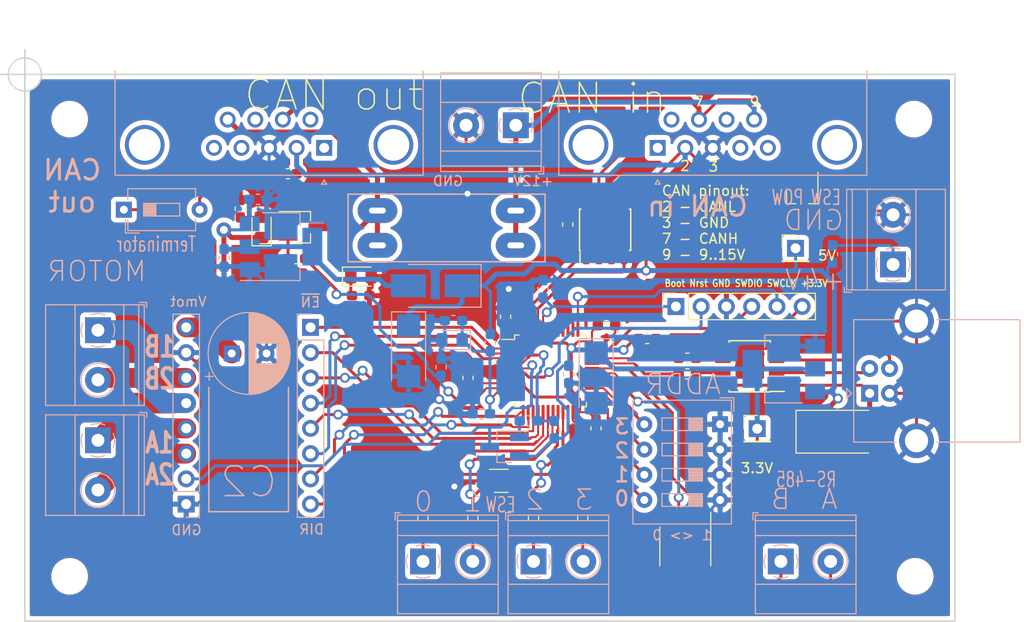
<source format=kicad_pcb>
(kicad_pcb (version 20240108) (generator "pcbnew") (generator_version "8.0")
  (layers (0 "F.Cu" signal) (31 "B.Cu" signal) (34 "B.Paste" user) (35 "F.Paste" user) (36 "B.SilkS" user "B.Silkscreen") (37 "F.SilkS" user "F.Silkscreen") (38 "B.Mask" user) (39 "F.Mask" user) (44 "Edge.Cuts" user))
  (net 0 "")
  (net 1 "/12Vin")
  (net 2 "GND")
  (net 3 "+3V3")
  (net 4 "+5V")
  (net 5 "/NRST")
  (net 6 "/BOOT0")
  (net 7 "/CAN_Tx")
  (net 8 "/CAN_Rx")
  (net 9 "/5Vusb")
  (net 10 "/brdaddr0")
  (net 11 "/brdaddr1")
  (net 12 "/brdaddr2")
  (net 13 "Net-(D4-Pad1)")
  (net 14 "Net-(D4-Pad2)")
  (net 15 "/AIN0")
  (net 16 "/AIN1")
  (net 17 "Net-(F1-Pad1)")
  (net 18 "Net-(F1-Pad2)")
  (net 19 "/brdaddr3")
  (net 20 "/SWDIO")
  (net 21 "/SWCLK")
  (net 22 "/ESW0")
  (net 23 "/ESW1")
  (net 24 "/ESW2")
  (net 25 "Net-(D5-Pad2)")
  (net 26 "Net-(D6-Pad2)")
  (net 27 "Net-(D6-Pad3)")
  (net 28 "Net-(D6-Pad6)")
  (net 29 "Net-(D6-Pad7)")
  (net 30 "Net-(J1-Pad2)")
  (net 31 "Net-(J1-Pad1)")
  (net 32 "Net-(J2-Pad1)")
  (net 33 "Net-(J2-Pad2)")
  (net 34 "/~{FAULT}")
  (net 35 "/DIR")
  (net 36 "/STEP")
  (net 37 "/~{SLEEP}")
  (net 38 "/MISO")
  (net 39 "/~{CS}")
  (net 40 "/SCK")
  (net 41 "/MOSI")
  (net 42 "/~{EN}")
  (net 43 "Net-(J5-Pad1)")
  (net 44 "Net-(J7-Pad2)")
  (net 45 "Net-(J7-Pad1)")
  (net 46 "Net-(J8-Pad1)")
  (net 47 "Net-(J8-Pad2)")
  (net 48 "Net-(J12-Pad1)")
  (net 49 "Net-(J12-Pad2)")
  (net 50 "Net-(J13-Pad6)")
  (net 51 "Net-(Q1-Pad1)")
  (net 52 "/VIO_on")
  (net 53 "Net-(R4-Pad1)")
  (net 54 "/ESW3")
  (net 55 "Net-(R9-Pad1)")
  (net 56 "Net-(R11-Pad2)")
  (net 57 "Net-(R12-Pad2)")
  (net 58 "/Tx|Rx")
  (net 59 "/Tx")
  (net 60 "/Rx")
  (net 61 "/5Vin")
  (footprint "TO_SOT_Packages_SMD:SOT-23_Handsoldering" (layer "F.Cu") (at 158.6484 74.7508 -90)
    (property "Reference" "D4" (hide yes))
    (property "Value" "PESD1CAN" (hide yes))
  )
  (footprint "Diode_SMD:D_0805_2012Metric_Pad1.15x1.40mm_HandSolder" (layer "F.Cu") (at 104.2924 77.8854 90)
    (property "Reference" "D5" (hide yes))
    (property "Value" "MM3Z7V5" (hide yes))
  )
  (footprint "MountingHole:MountingHole_3.2mm_M3" (layer "F.Cu") (at 85 67)
    (property "Reference" "P2" (hide yes))
    (property "Value" "Hole" (hide yes))
  )
  (footprint "MountingHole:MountingHole_3.2mm_M3" (layer "F.Cu") (at 85 113)
    (property "Reference" "P3" (hide yes))
    (property "Value" "Hole" (hide yes))
  )
  (footprint "MountingHole:MountingHole_3.2mm_M3" (layer "F.Cu") (at 170 113)
    (property "Reference" "P5" (hide yes))
    (property "Value" "Hole" (hide yes))
  )
  (footprint "Resistor_SMD:R_0603_1608Metric_Pad1.05x0.95mm_HandSolder" (layer "F.Cu") (at 125.5395 107.1245 -90)
    (property "Reference" "R6" (hide yes))
    (property "Value" "330" (hide yes))
  )
  (footprint "Resistor_SMD:R_0603_1608Metric_Pad1.05x0.95mm_HandSolder" (layer "F.Cu") (at 131.6355 107.1245 -90)
    (property "Reference" "R7" (hide yes))
    (property "Value" "330" (hide yes))
  )
  (footprint "Resistor_SMD:R_0603_1608Metric_Pad1.05x0.95mm_HandSolder" (layer "F.Cu") (at 136.5885 107.1245 -90)
    (property "Reference" "R8" (hide yes))
    (property "Value" "330" (hide yes))
  )
  (footprint "Resistor_SMD:R_0603_1608Metric_Pad1.05x0.95mm_HandSolder" (layer "F.Cu") (at 102.1588 76.0082 90)
    (property "Reference" "R10" (hide yes))
    (property "Value" "10k" (hide yes))
  )
  (footprint "Package_SO:SOIC-8_3.9x4.9mm_P1.27mm" (layer "F.Cu") (at 138.8364 78.1304 90)
    (property "Reference" "U4" (hide yes))
    (property "Value" "MCP2551-I/SN" (hide yes))
  )
  (footprint "Capacitor_SMD:C_0603_1608Metric_Pad1.05x0.95mm_HandSolder" (layer "F.Cu") (at 128.8288 86.8794 -90)
    (property "Reference" "C10" (hide yes))
    (property "Value" "0.1" (hide yes))
  )
  (footprint "Package_SO:SOIC-8_3.9x4.9mm_P1.27mm" (layer "F.Cu") (at 153.3728 91.8718 180)
    (property "Reference" "D6" (hide yes))
    (property "Value" "USB6B1" (hide yes))
  )
  (footprint "Diode_SMD:D_0805_2012Metric_Pad1.15x1.40mm_HandSolder" (layer "F.Cu") (at 114.291 82.8421)
    (property "Reference" "D7" (hide yes))
    (property "Value" "MM3Z3V9" (hide yes))
  )
  (footprint "Connector_PinSocket_2.54mm:PinSocket_1x06_P2.54mm_Vertical" (layer "F.Cu") (at 145.9484 85.852 90)
    (property "Reference" "J13" (hide yes))
    (property "Value" "Conn_01x06" (hide yes))
  )
  (footprint "Resistor_SMD:R_0603_1608Metric_Pad1.05x0.95mm_HandSolder" (layer "F.Cu") (at 147.1054 92.6338 180)
    (property "Reference" "R11" (hide yes))
    (property "Value" "22" (hide yes))
  )
  (footprint "Resistor_SMD:R_0603_1608Metric_Pad1.05x0.95mm_HandSolder" (layer "F.Cu") (at 114.2632 84.7598)
    (property "Reference" "R14" (hide yes))
    (property "Value" "56k" (hide yes))
  )
  (footprint "MountingHole:MountingHole_3.2mm_M3" (layer "F.Cu") (at 169.8752 67)
    (property "Reference" "P4" (hide yes))
    (property "Value" "Hole" (hide yes))
  )
  (footprint "Package_QFP:LQFP-48_7x7mm_P0.5mm" (layer "F.Cu") (at 133.35 92.329)
    (property "Reference" "U5" (hide yes))
    (property "Value" "STM32F072CBTx" (hide yes))
  )
  (footprint "Capacitor_SMD:C_0603_1608Metric_Pad1.05x0.95mm_HandSolder" (layer "F.Cu") (at 138.9774 87.7824 180)
    (property "Reference" "C9" (hide yes))
    (property "Value" "0.1" (hide yes))
  )
  (footprint "Resistor_SMD:R_0603_1608Metric_Pad1.05x0.95mm_HandSolder" (layer "F.Cu") (at 147.1054 91.059 180)
    (property "Reference" "R12" (hide yes))
    (property "Value" "22" (hide yes))
  )
  (footprint "TO_SOT_Packages_SMD:SOT-23_Handsoldering" (layer "F.Cu") (at 108.458 77.8764)
    (property "Reference" "Q2" (hide yes))
    (property "Value" "AO3407" (hide yes))
  )
  (footprint "Resistor_SMD:R_0603_1608Metric_Pad1.05x0.95mm_HandSolder" (layer "F.Cu") (at 135.0772 77.611 -90)
    (property "Reference" "R4" (hide yes))
    (property "Value" "15k" (hide yes))
  )
  (footprint "Resistor_SMD:R_0603_1608Metric_Pad1.05x0.95mm_HandSolder" (layer "F.Cu") (at 106.9454 72.4916)
    (property "Reference" "R9" (hide yes))
    (property "Value" "120" (hide yes))
  )
  (footprint "Capacitor_SMD:C_0603_1608Metric_Pad1.05x0.95mm_HandSolder" (layer "F.Cu") (at 137.922 98.1062 90)
    (property "Reference" "C8" (hide yes))
    (property "Value" "0.1" (hide yes))
  )
  (footprint "Resistor_SMD:R_0603_1608Metric_Pad1.05x0.95mm_HandSolder" (layer "F.Cu") (at 143.0668 89.0778 180)
    (property "Reference" "R18" (hide yes))
    (property "Value" "22" (hide yes))
  )
  (footprint "Connector_PinHeader_2.54mm:PinHeader_1x01_P2.54mm_Vertical" (layer "F.Cu") (at 154.1272 98.1456)
    (property "Reference" "TP2" (hide yes))
    (property "Value" "TestPoint" (hide yes))
  )
  (footprint "Resistor_SMD:R_0603_1608Metric_Pad1.05x0.95mm_HandSolder" (layer "F.Cu") (at 107.8103 81.0387)
    (property "Reference" "R13" (hide yes))
    (property "Value" "220k" (hide yes))
  )
  (footprint "TO_SOT_Packages_SMD:SOT-363_SC-70-6_Handsoldering" (layer "F.Cu") (at 128.4005 103.393)
    (property "Reference" "D3" (hide yes))
    (property "Value" "PESD3V3L4UG" (hide yes))
  )
  (footprint "Resistor_SMD:R_0603_1608Metric_Pad1.05x0.95mm_HandSolder" (layer "F.Cu") (at 120.523 107.1245 -90)
    (property "Reference" "R5" (hide yes))
    (property "Value" "330" (hide yes))
  )
  (footprint "Package_SO:SO-8_3.9x4.9mm_P1.27mm" (layer "F.Cu") (at 146.8956 109.998 -90)
    (property "Reference" "U6" (hide yes))
    (property "Value" "MAX3485" (hide yes))
  )
  (footprint "Diode_SMD:D_SMB_Handsoldering" (layer "F.Cu") (at 162.6286 98.4504)
    (property "Reference" "D2" (hide yes))
    (property "Value" "MBRS130L" (hide yes))
  )
  (footprint "Capacitor_SMD:C_0603_1608Metric_Pad1.05x0.95mm_HandSolder" (layer "F.Cu") (at 125.0516 93.0308 -90)
    (property "Reference" "C7" (hide yes))
    (property "Value" "0.1" (hide yes))
  )
  (footprint "Connector_PinHeader_2.54mm:PinHeader_1x01_P2.54mm_Vertical" (layer "F.Cu") (at 157.9753 79.9973)
    (property "Reference" "TP1" (hide yes))
    (property "Value" "TestPoint" (hide yes))
  )
  (footprint "Connectors_USB:USB_B_OST_USB-B1HSxx_Horizontal" (layer "B.Cu") (at 165.4302 94.5896)
    (property "Reference" "P1" (hide yes))
    (property "Value" "USB_A" (hide yes))
  )
  (footprint "TO_SOT_Packages_SMD:SOT-23_Handsoldering" (layer "B.Cu") (at 128.721 99.9675 180)
    (property "Reference" "Q1" (hide yes))
    (property "Value" "SI2305" (hide yes))
  )
  (footprint "Resistor_SMD:R_0603_1608Metric_Pad1.05x0.95mm_HandSolder" (layer "B.Cu") (at 131.124 97.3615)
    (property "Reference" "R1" (hide yes))
    (property "Value" "330" (hide yes))
  )
  (footprint "Button_Switch_THT:SW_DIP_SPSTx01_Slide_6.7x4.1mm_W7.62mm_P2.54mm_LowProfile" (layer "B.Cu") (at 90.4494 76.1111)
    (property "Reference" "SW1" (hide yes))
    (property "Value" "SW_DIP_x01" (hide yes))
  )
  (footprint "TO_SOT_Packages_SMD:SOT-223-3_TabPin2" (layer "B.Cu") (at 156.7938 92.1372 180)
    (property "Reference" "U3" (hide yes))
    (property "Value" "LM1117-3.3" (hide yes))
  )
  (footprint "Capacitor_THT:CP_Radial_D8.0mm_P3.50mm" (layer "B.Cu") (at 101.2952 90.5764)
    (property "Reference" "C2" (hide yes))
    (property "Value" "100uF" (hide yes))
  )
  (footprint "Capacitor_Tantalum_SMD:CP_EIA-6032-28_Kemet-C_Pad2.25x2.35mm_HandSolder" (layer "B.Cu") (at 119.0752 90.3251 -90)
    (property "Reference" "C4" (hide yes))
    (property "Value" "47uF, 10V" (hide yes))
  )
  (footprint "Capacitor_SMD:C_0603_1608Metric_Pad1.05x0.95mm_HandSolder" (layer "B.Cu") (at 135.1788 92.6833 -90)
    (property "Reference" "C5" (hide yes))
    (property "Value" "0.1" (hide yes))
  )
  (footprint "Capacitor_Tantalum_SMD:CP_EIA-6032-28_Kemet-C_Pad2.25x2.35mm_HandSolder" (layer "B.Cu") (at 137.9347 93.0302 -90)
    (property "Reference" "C6" (hide yes))
    (property "Value" "47uF, 10V" (hide yes))
  )
  (footprint "Diode_SMD:D_0805_2012Metric_Pad1.15x1.40mm_HandSolder" (layer "B.Cu") (at 123.4403 89.2175 180)
    (property "Reference" "D8" (hide yes))
    (property "Value" "MM3Z3V9" (hide yes))
  )
  (footprint "TerminalBlock_Phoenix:TerminalBlock_Phoenix_MKDS-1,5-2_1x02_P5.00mm_Horizontal" (layer "B.Cu") (at 87.8468 99.314 -90)
    (property "Reference" "J1" (hide yes))
    (property "Value" "A" (hide yes))
  )
  (footprint "TerminalBlock_Phoenix:TerminalBlock_Phoenix_MKDS-1,5-2_1x02_P5.00mm_Horizontal" (layer "B.Cu") (at 167.7797 81.6229 90)
    (property "Reference" "J5" (hide yes))
    (property "Value" "+/-" (hide yes))
  )
  (footprint "TerminalBlock_Phoenix:TerminalBlock_Phoenix_MKDS-1,5-2_1x02_P5.00mm_Horizontal" (layer "B.Cu") (at 120.523 111.5)
    (property "Reference" "J7" (hide yes))
    (property "Value" "0/1" (hide yes))
  )
  (footprint "TerminalBlock_Phoenix:TerminalBlock_Phoenix_MKDS-1,5-2_1x02_P5.00mm_Horizontal" (layer "B.Cu") (at 131.6355 111.5)
    (property "Reference" "J8" (hide yes))
    (property "Value" "2/3" (hide yes))
  )
  (footprint "Connector_Dsub:DSUB-9_Female_Horizontal_P2.77x2.84mm_EdgePinOffset4.94mm_Housed_MountingHolesOffset7.48mm" (layer "B.Cu") (at 110.5916 69.889062)
    (property "Reference" "J9" (hide yes))
    (property "Value" "DB9_Female" (hide yes))
  )
  (footprint "TerminalBlock_Phoenix:TerminalBlock_Phoenix_MKDS-1,5-2_1x02_P5.00mm_Horizontal" (layer "B.Cu") (at 129.8556 67.6156 180)
    (property "Reference" "J10" (hide yes))
    (property "Value" "12v" (hide yes))
  )
  (footprint "Connector_Dsub:DSUB-9_Male_Horizontal_P2.77x2.84mm_EdgePinOffset4.94mm_Housed_MountingHolesOffset7.48mm" (layer "B.Cu") (at 144.1196 69.889062)
    (property "Reference" "J11" (hide yes))
    (property "Value" "DB9_Male" (hide yes))
  )
  (footprint "TerminalBlock_Phoenix:TerminalBlock_Phoenix_MKDS-1,5-2_1x02_P5.00mm_Horizontal" (layer "B.Cu") (at 156.5 111.5)
    (property "Reference" "J12" (hide yes))
    (property "Value" "RS-485" (hide yes))
  )
  (footprint "Resistor_SMD:R_0603_1608Metric_Pad1.05x0.95mm_HandSolder" (layer "B.Cu") (at 127.2995 89.4875 -90)
    (property "Reference" "R15" (hide yes))
    (property "Value" "47k" (hide yes))
  )
  (footprint "TerminalBlock_Phoenix:TerminalBlock_Phoenix_MKDS-1,5-2_1x02_P5.00mm_Horizontal" (layer "B.Cu") (at 87.8468 88.2396 -90)
    (property "Reference" "J2" (hide yes))
    (property "Value" "B" (hide yes))
  )
  (footprint "Connector_PinSocket_2.54mm:PinSocket_1x08_P2.54mm_Vertical" (layer "B.Cu") (at 109.22 87.9556 180)
    (property "Reference" "J4" (hide yes))
    (property "Value" "Conn_01x08_Female" (hide yes))
  )
  (footprint "MyFootprints:FuseHolder" (layer "B.Cu") (at 122.8948 77.95)
    (property "Reference" "F1" (hide yes))
    (property "Value" "1A" (hide yes))
  )
  (footprint "Connector_PinSocket_2.54mm:PinSocket_1x08_P2.54mm_Vertical" (layer "B.Cu") (at 96.72 105.7356)
    (property "Reference" "J3" (hide yes))
    (property "Value" "Conn_01x08_Female" (hide yes))
  )
  (footprint "Capacitor_SMD:C_0603_1608Metric_Pad1.05x0.95mm_HandSolder" (layer "B.Cu") (at 126.379 96.647 180)
    (property "Reference" "C12" (hide yes))
    (property "Value" "0.1" (hide yes))
  )
  (footprint "Diode_SMD:D_SMB_Handsoldering" (layer "B.Cu") (at 121.76 83.7692 180)
    (property "Reference" "D1" (hide yes))
    (property "Value" "MBRS130L" (hide yes))
  )
  (footprint "Capacitor_SMD:C_0603_1608Metric_Pad1.05x0.95mm_HandSolder" (layer "B.Cu") (at 103.9381 75.0697)
    (property "Reference" "C1" (hide yes))
    (property "Value" "0.1" (hide yes))
  )
  (footprint "Capacitor_SMD:C_0603_1608Metric_Pad1.05x0.95mm_HandSolder" (layer "B.Cu") (at 100.5332 80.9625 -90)
    (property "Reference" "C3" (hide yes))
    (property "Value" "0.1" (hide yes))
  )
  (footprint "TO_SOT_Packages_SMD:SOT-223-3_TabPin2" (layer "B.Cu") (at 106.2478 79.8322)
    (property "Reference" "U2" (hide yes))
    (property "Value" "LM1117-5.0" (hide yes))
  )
  (footprint "Button_Switch_THT:SW_DIP_SPSTx04_Slide_9.78x12.34mm_W7.62mm_P2.54mm" (layer "B.Cu") (at 150.3934 97.7011 180)
    (property "Reference" "J6" (hide yes))
    (property "Value" "CONN_02X03" (hide yes))
  )
  (footprint "Resistor_SMD:R_0603_1608Metric_Pad1.05x0.95mm_HandSolder" (layer "B.Cu") (at 133.7135 98.2365 90)
    (property "Reference" "R2" (hide yes))
    (property "Value" "10k" (hide yes))
  )
  (footprint "Capacitor_SMD:C_0603_1608Metric_Pad1.05x0.95mm_HandSolder" (layer "B.Cu") (at 122.3465 91.964 90)
    (property "Reference" "C11" (hide yes))
    (property "Value" "0.1" (hide yes))
  )
  (footprint "Resistor_SMD:R_0603_1608Metric_Pad1.05x0.95mm_HandSolder" (layer "B.Cu") (at 161.6964 80.5802 90)
    (property "Reference" "R3" (hide yes))
    (property "Value" "120" (hide yes))
  )
  (footprint "Resistor_SMD:R_0603_1608Metric_Pad1.05x0.95mm_HandSolder" (layer "B.Cu") (at 132.588 84.0854 90)
    (property "Reference" "R17" (hide yes))
    (property "Value" "47k" (hide yes))
  )
  (footprint "Resistor_SMD:R_0603_1608Metric_Pad1.05x0.95mm_HandSolder" (layer "B.Cu") (at 123.585 87.2617 180)
    (property "Reference" "R16" (hide yes))
    (property "Value" "47k" (hide yes))
  )
  (gr_line (start 99 94) (end 99 106.5) (stroke (width 0.15)) (layer "B.SilkS"))
  (gr_line (start 107 106.5) (end 107 94) (stroke (width 0.15)) (layer "B.SilkS"))
  (gr_line (start 99 106.5) (end 107 106.5) (stroke (width 0.15)) (layer "B.SilkS"))
  (gr_line (start 80.5 117.5) (end 80.5 62.5) (stroke (width 0.15)) (layer "Edge.Cuts"))
  (gr_line (start 174 62.5) (end 80.5 62.5) (stroke (width 0.15)) (layer "Edge.Cuts"))
  (gr_line (start 80.5 117.5) (end 174 117.5) (stroke (width 0.15)) (layer "Edge.Cuts"))
  (gr_line (start 174 62.5) (end 174 117.5) (stroke (width 0.15)) (layer "Edge.Cuts"))
  (gr_text "1  0" (at 123.045 105.4895 0) (layer "B.SilkS") (effects (font (size 2 2)) (justify mirror)))
  (gr_text "RS-485" (at 159.0495 103.267 0) (layer "B.SilkS") (effects (font (size 1.5 1)) (justify mirror)))
  (gr_text "Vmot" (at 96.9465 85.36 0) (layer "B.SilkS") (effects (font (size 1 1)) (justify mirror)))
  (gr_text "CAN in" (at 148.1275 75.7715 0) (layer "B.SilkS") (effects (font (size 2 2) (thickness 0.3)) (justify mirror)))
  (gr_text "A  B" (at 158.859 105.2355 0) (layer "B.SilkS") (effects (font (size 2 2)) (justify mirror)))
  (gr_text "1 <> 0" (at 146.54 108.855 0) (layer "B.SilkS") (effects (font (size 1 1)) (justify mirror)))
  (gr_text "3\n2\n1\n0" (at 140.5075 101.5525 0) (layer "B.SilkS") (effects (font (size 1.5 1.5) (thickness 0.25)) (justify mirror)))
  (gr_text "+12V" (at 131.6175 73.2315 0) (layer "B.SilkS") (effects (font (size 1 1)) (justify mirror)))
  (gr_text "C2" (at 103 103.5 0) (layer "B.SilkS") (effects (font (size 3 3)) (justify mirror)))
  (gr_text "ESW" (at 128.3155 105.807 0) (layer "B.SilkS") (effects (font (size 1.5 1)) (justify mirror)))
  (gr_text "GND" (at 159.8115 77.1685 0) (layer "B.SilkS") (effects (font (size 2 2)) (justify mirror)))
  (gr_text "1B\n2B\n\n1A\n2A" (at 94.0255 96.3455 0) (layer "B.SilkS") (effects (font (size 2 1.5) (thickness 0.375)) (justify mirror)))
  (gr_text "3  2" (at 134.221 105.299 0) (layer "B.SilkS") (effects (font (size 2 2)) (justify mirror)))
  (gr_text "~{EN}" (at 109.202 85.4235 0) (layer "B.SilkS") (effects (font (size 1 1)) (justify mirror)))
  (gr_text "+4V" (at 159.9385 83.201 0) (layer "B.SilkS") (effects (font (size 2 2)) (justify mirror)))
  (gr_text "ESW POW" (at 159.0495 74.8825 0) (layer "B.SilkS") (effects (font (size 1.5 1)) (justify mirror)))
  (gr_text "Terminator" (at 93.708 79.5815 0) (layer "B.SilkS") (effects (font (size 1.5 1)) (justify mirror)))
  (gr_text "GND" (at 123.045 73.2315 0) (layer "B.SilkS") (effects (font (size 1 1)) (justify mirror)))
  (gr_text "GND" (at 96.756 108.347 0) (layer "B.SilkS") (effects (font (size 1 1)) (justify mirror)))
  (gr_text "CAN\nout" (at 85.2625 73.7395 0) (layer "B.SilkS") (effects (font (size 2 2) (thickness 0.3)) (justify mirror)))
  (gr_text "DIR" (at 109.329 108.2835 0) (layer "B.SilkS") (effects (font (size 1 1)) (justify mirror)))
  (gr_text "ADDR" (at 146.667 93.6785 0) (layer "B.SilkS") (effects (font (size 2 2)) (justify mirror)))
  (gr_text "MOTOR" (at 87.739 82.312 0) (layer "B.SilkS") (effects (font (size 2 2)) (justify mirror)))
  (gr_text "Boot Nrst GND SWDIO SWCLK +3.3V" (at 153.017 83.5185 0) (layer "F.SilkS") (effects (font (size 0.7 0.6) (thickness 0.125))))
  (gr_text "CAN pinout:\n2 - CANL\n3 - GND\n7 - CANH\n9 - 9..15V" (at 144.4445 77.4225 0) (layer "F.SilkS") (effects (font (size 1 1)) (justify left)))
  (gr_text "2" (at 146.8575 71.7075 0) (layer "F.SilkS") (effects (font (size 1 1))))
  (gr_text "5V" (at 161.145 80.7245 0) (layer "F.SilkS") (effects (font (size 1 1))))
  (gr_text "7" (at 148.2545 65.2305 0) (layer "F.SilkS") (effects (font (size 1 1))))
  (gr_text "3" (at 149.715 71.771 0) (layer "F.SilkS") (effects (font (size 1 1))))
  (gr_text "9" (at 153.8425 65.2305 0) (layer "F.SilkS") (effects (font (size 1 1))))
  (gr_text "3.3V" (at 154.0965 102.124 0) (layer "F.SilkS") (effects (font (size 1 1))))
  (gr_text "CAN out" (at 111.5515 64.5955 0) (layer "F.SilkS") (effects (font (size 3 3))))
  (gr_text "CAN in" (at 137.523 64.913 0) (layer "F.SilkS") (effects (font (size 3 3))))
  (target plus (at 80.5 62.5) (size 5) (width 0.15) (layer "Edge.Cuts"))
  (segment (start 104.2924 78.9104) (end 106.874 78.9104) (width 0.5) (layer "F.Cu") (net 1))
  (segment (start 104.2924 78.9104) (end 101.2751 78.9104) (width 0.5) (layer "F.Cu") (net 1))
  (segment (start 96.72 87.9556) (end 98.6744 87.9556) (width 2) (layer "F.Cu") (net 1))
  (segment (start 106.958 81.016) (end 106.9353 81.0387) (width 0.3) (layer "F.Cu") (net 1))
  (segment (start 100.5078 78.1431) (end 100.5078 86.1222) (width 0.5) (layer "F.Cu") (net 1))
  (segment (start 101.2952 90.5764) (end 98.6744 87.9556) (width 2) (layer "F.Cu") (net 1))
  (segment (start 106.958 78.8264) (end 106.958 81.016) (width 0.3) (layer "F.Cu") (net 1))
  (segment (start 101.2751 78.9104) (end 100.5078 78.1431) (width 0.5) (layer "F.Cu") (net 1))
  (segment (start 100.5078 86.1222) (end 98.6744 87.9556) (width 0.5) (layer "F.Cu") (net 1))
  (segment (start 106.874 78.9104) (end 106.958 78.8264) (width 0.3) (layer "F.Cu") (net 1))
  (via (at 100.5078 78.1431) (size 1.5) (drill 0.8) (layers "F.Cu" "B.Cu") (net 1))
  (segment (start 103.0631 77.4975) (end 103.0978 77.5322) (width 0.5) (layer "B.Cu") (net 1))
  (segment (start 103.0631 75.0697) (end 103.0631 77.4975) (width 0.5) (layer "B.Cu") (net 1))
  (segment (start 100.5078 78.1431) (end 102.4869 78.1431) (width 0.3) (layer "B.Cu") (net 1))
  (segment (start 102.4869 78.1431) (end 103.0978 77.5322) (width 0.3) (layer "B.Cu") (net 1))
  (segment (start 125.0516 92.1558) (end 122.6246 92.1558) (width 0.3) (layer "F.Cu") (net 2))
  (segment (start 151.0284 84.2599) (end 151.0284 85.852) (width 0.3) (layer "F.Cu") (net 2))
  (segment (start 101.5838 75.1332) (end 93.5 83.217) (width 0.3) (layer "F.Cu") (net 2))
  (segment (start 140.5456 108.128) (end 140.5456 105.8324) (width 0.3) (layer "F.Cu") (net 2))
  (segment (start 122.6246 92.1558) (end 122.0455 92.7349) (width 0.3) (layer "F.Cu") (net 2))
  (segment (start 129.1415 84.09) (end 118.09 84.09) (width 0.3) (layer "F.Cu") (net 2))
  (segment (start 96.72 90.4956) (end 97.569999 91.345599) (width 0.3) (layer "F.Cu") (net 2))
  (segment (start 137.2522 98.9812) (end 137.347 98.9812) (width 0.2) (layer "F.Cu") (net 2))
  (segment (start 158.6484 76.2508) (end 167.4076 76.2508) (width 0.3) (layer "F.Cu") (net 2))
  (segment (start 97.569999 91.345599) (end 97.789099 91.345599) (width 0.3) (layer "F.Cu") (net 2))
  (segment (start 122.0455 92.7349) (end 122.0455 95.0285) (width 0.3) (layer "F.Cu") (net 2))
  (segment (start 127.081 93.079) (end 126.1578 92.1558) (width 0.2) (layer "F.Cu") (net 2))
  (segment (start 167.4076 76.2508) (end 167.7797 76.6229) (width 0.3) (layer "F.Cu") (net 2))
  (segment (start 170.1402 94.3598) (end 170.1402 99.3596) (width 0.3) (layer "F.Cu") (net 2))
  (segment (start 150.3934 97.7011) (end 150.3934 100.2411) (width 0.3) (layer "F.Cu") (net 2))
  (segment (start 157.1478 89.9668) (end 159.795 87.3196) (width 0.3) (layer "F.Cu") (net 2))
  (segment (start 129.7754 86.0044) (end 129.4038 86.0044) (width 0.2) (layer "F.Cu") (net 2))
  (segment (start 138.3015 79.6553) (end 138.3015 78.486) (width 0.3) (layer "F.Cu") (net 2))
  (segment (start 146.096 83.201) (end 149.9695 83.201) (width 0.3) (layer "F.Cu") (net 2))
  (segment (start 144.9906 112.573) (end 140.5456 108.128) (width 0.3) (layer "F.Cu") (net 2))
  (segment (start 129.1415 84.797106) (end 129.425744 85.08135) (width 0.3) (layer "F.Cu") (net 2))
  (segment (start 137.347 98.9812) (end 137.922 98.9812) (width 0.2) (layer "F.Cu") (net 2))
  (segment (start 124.2525 103.393) (end 123.68 103.9655) (width 0.3) (layer "F.Cu") (net 2))
  (segment (start 150.6728 89.9668) (end 156.0728 89.9668) (width 0.3) (layer "F.Cu") (net 2))
  (segment (start 137.922 103.2088) (end 137.922 98.9812) (width 0.3) (layer "F.Cu") (net 2))
  (segment (start 131.1 87.329) (end 129.7754 86.0044) (width 0.2) (layer "F.Cu") (net 2))
  (segment (start 169.9104 94.5896) (end 170.1402 94.3598) (width 0.3) (layer "F.Cu") (net 2))
  (segment (start 115.1382 83.0199) (end 115.316 82.8421) (width 0.3) (layer "F.Cu") (net 2))
  (segment (start 153.3632 76.2508) (end 158.6484 76.2508) (width 0.3) (layer "F.Cu") (net 2))
  (segment (start 124.8556 74.3556) (end 125 74.5) (width 0.3) (layer "F.Cu") (net 2))
  (segment (start 148.9276 110.3536) (end 145.5748 110.3536) (width 0.3) (layer "F.Cu") (net 2))
  (segment (start 94.9956 90.4956) (end 96.72 90.4956) (width 0.3) (layer "F.Cu") (net 2))
  (segment (start 117.5 83.5) (end 117.5 83) (width 0.3) (layer "F.Cu") (net 2))
  (segment (start 150.3934 102.7811) (end 150.3934 105.3211) (width 0.3) (layer "F.Cu") (net 2))
  (segment (start 106.0275 85.4235) (end 110.663 85.4235) (width 0.3) (layer "F.Cu") (net 2))
  (segment (start 99.487 93.0435) (end 100.5665 93.0435) (width 0.3) (layer "F.Cu") (net 2))
  (segment (start 156.0728 89.9668) (end 157.1478 89.9668) (width 0.3) (layer "F.Cu") (net 2))
  (segment (start 138.3015 78.486) (end 145.1275 78.486) (width 0.3) (layer "F.Cu") (net 2))
  (segment (start 170.1402 87.3196) (end 170.1402 89.794473) (width 0.3) (layer "F.Cu") (net 2))
  (segment (start 145.1275 78.486) (end 146.096 79.4545) (width 0.3) (layer "F.Cu") (net 2))
  (segment (start 139.8524 88.3574) (end 139.8524 87.7824) (width 0.2) (layer "F.Cu") (net 2))
  (segment (start 150.3934 105.3211) (end 150.3934 106.45247) (width 0.3) (layer "F.Cu") (net 2))
  (segment (start 135.0772 79.756) (end 129.75185 85.08135) (width 0.3) (layer "F.Cu") (net 2))
  (segment (start 117.3421 82.8421) (end 115.316 82.8421) (width 0.3) (layer "F.Cu") (net 2))
  (segment (start 140.5456 105.8324) (end 137.922 103.2088) (width 0.3) (layer "F.Cu") (net 2))
  (segment (start 110.663 85.4235) (end 112.3775 87.138) (width 0.3) (layer "F.Cu") (net 2))
  (segment (start 150.3934 106.45247) (end 150.5024 106.56147) (width 0.3) (layer "F.Cu") (net 2))
  (segment (start 135.6 97.329) (end 137.2522 98.9812) (width 0.2) (layer "F.Cu") (net 2))
  (segment (start 93.5 89) (end 94.9956 90.4956) (width 0.3) (layer "F.Cu") (net 2))
  (segment (start 124.8556 67.6156) (end 124.8556 74.3556) (width 0.3) (layer "F.Cu") (net 2))
  (segment (start 139.8524 86.3966) (end 143.048 83.201) (width 0.3) (layer "F.Cu") (net 2))
  (segment (start 100.503 93.107) (end 100.5665 93.0435) (width 0.3) (layer "F.Cu") (net 2))
  (segment (start 138.280346 90.079) (end 139.8524 88.506946) (width 0.2) (layer "F.Cu") (net 2))
  (segment (start 114.1555 87.138) (end 115.1382 86.1553) (width 0.3) (layer "F.Cu") (net 2))
  (segment (start 135.0772 78.486) (end 138.3015 78.486) (width 0.3) (layer "F.Cu") (net 2))
  (segment (start 150.5024 106.56147) (end 150.5024 108.7788) (width 0.3) (layer "F.Cu") (net 2))
  (segment (start 96.72 105.7356) (end 97.87 105.7356) (width 0.3) (layer "F.Cu") (net 2))
  (segment (start 150.3934 100.2411) (end 150.3934 102.7811) (width 0.3) (layer "F.Cu") (net 2))
  (segment (start 100.5665 93.0435) (end 102.3281 93.0435) (width 0.3) (layer "F.Cu") (net 2))
  (segment (start 137.5125 90.079) (end 138.280346 90.079) (width 0.2) (layer "F.Cu") (net 2))
  (segment (start 112.3775 87.138) (end 114.1555 87.138) (width 0.3) (layer "F.Cu") (net 2))
  (segment (start 115.1382 84.7598) (end 115.1382 83.0199) (width 0.3) (layer "F.Cu") (net 2))
  (segment (start 129.425744 85.08135) (end 129.75185 85.08135) (width 0.3) (layer "F.Cu") (net 2))
  (segment (start 131.1 88.1665) (end 131.1 87.329) (width 0.2) (layer "F.Cu") (net 2))
  (segment (start 135.0772 78.486) (end 135.0772 79.756) (width 0.3) (layer "F.Cu") (net 2))
  (segment (start 129.75185 85.08135) (end 128.8288 86.0044) (width 0.3) (layer "F.Cu") (net 2))
  (segment (start 126.1578 92.1558) (end 125.0516 92.1558) (width 0.2) (layer "F.Cu") (net 2))
  (segment (start 149.9695 79.6445) (end 153.3632 76.2508) (width 0.3) (layer "F.Cu") (net 2))
  (segment (start 97.87 105.7356) (end 100.503 103.1026) (width 0.3) (layer "F.Cu") (net 2))
  (segment (start 129.1875 93.079) (end 127.081 93.079) (width 0.2) (layer "F.Cu") (net 2))
  (segment (start 135.6 96.4915) (end 135.6 97.329) (width 0.2) (layer "F.Cu") (net 2))
  (segment (start 104.7952 90.5764) (end 104.7952 89.44503) (width 0.3) (layer "F.Cu") (net 2))
  (segment (start 170.1402 89.794473) (end 170.1402 94.3598) (width 0.3) (layer "F.Cu") (net 2))
  (segment (start 93.5 83.217) (end 93.5 89) (width 0.3) (layer "F.Cu") (net 2))
  (segment (start 129.4038 86.0044) (end 128.8288 86.0044) (width 0.2) (layer "F.Cu") (net 2))
  (segment (start 104.7952 89.44503) (end 105.6465 88.59373) (width 0.3) (layer "F.Cu") (net 2))
  (segment (start 138.2014 80.8304) (end 138.2014 79.7554) (width 0.3) (layer "F.Cu") (net 2))
  (segment (start 139.8524 88.506946) (end 139.8524 88.3574) (width 0.2) (layer "F.Cu") (net 2))
  (segment (start 167.665327 87.3196) (end 170.1402 87.3196) (width 0.3) (layer "F.Cu") (net 2))
  (segment (start 143.048 83.201) (end 146.096 83.201) (width 0.3) (layer "F.Cu") (net 2))
  (segment (start 138.2014 79.7554) (end 138.3015 79.6553) (width 0.3) (layer "F.Cu") (net 2))
  (segment (start 146.096 79.4545) (end 146.096 83.201) (width 0.3) (layer "F.Cu") (net 2))
  (segment (start 139.8524 87.7824) (end 139.8524 86.3966) (width 0.3) (layer "F.Cu") (net 2))
  (segment (start 150.5024 108.7788) (end 148.9276 110.3536) (width 0.3) (layer "F.Cu") (net 2))
  (segment (start 127.0705 103.393) (end 124.2525 103.393) (width 0.3) (layer "F.Cu") (net 2))
  (segment (start 149.9695 83.201) (end 151.0284 84.2599) (width 0.3) (layer "F.Cu") (net 2))
  (segment (start 102.1588 75.1332) (end 101.5838 75.1332) (width 0.3) (layer "F.Cu") (net 2))
  (segment (start 159.795 87.3196) (end 167.665327 87.3196) (width 0.3) (layer "F.Cu") (net 2))
  (segment (start 118.09 84.09) (end 117.5 83.5) (width 0.3) (layer "F.Cu") (net 2))
  (segment (start 105.6465 88.59373) (end 105.6465 85.8045) (width 0.3) (layer "F.Cu") (net 2))
  (segment (start 115.1382 86.1553) (end 115.1382 84.7598) (width 0.3) (layer "F.Cu") (net 2))
  (segment (start 129.1415 84.09) (end 129.1415 84.797106) (width 0.3) (layer "F.Cu") (net 2))
  (segment (start 145.5748 110.3536) (end 144.9906 110.9378) (width 0.3) (layer "F.Cu") (net 2))
  (segment (start 149.9695 83.201) (end 149.9695 79.6445) (width 0.3) (layer "F.Cu") (net 2))
  (segment (start 144.9906 110.9378) (end 144.9906 112.573) (width 0.3) (layer "F.Cu") (net 2))
  (segment (start 117.5 83) (end 117.3421 82.8421) (width 0.3) (layer "F.Cu") (net 2))
  (segment (start 167.4302 94.5896) (end 169.9104 94.5896) (width 0.3) (layer "F.Cu") (net 2))
  (segment (start 102.3281 93.0435) (end 104.7952 90.5764) (width 0.3) (layer "F.Cu") (net 2))
  (segment (start 100.503 103.1026) (end 100.503 93.107) (width 0.3) (layer "F.Cu") (net 2))
  (segment (start 105.6465 85.8045) (end 106.0275 85.4235) (width 0.3) (layer "F.Cu") (net 2))
  (segment (start 97.789099 91.345599) (end 99.487 93.0435) (width 0.3) (layer "F.Cu") (net 2))
  (via (at 123.68 103.9655) (size 1) (drill 0.6) (layers "F.Cu" "B.Cu") (net 2))
  (via (at 125 74.5) (size 1) (drill 0.6) (layers "F.Cu" "B.Cu") (net 2))
  (via (at 129.1415 84.09) (size 1) (drill 0.6) (layers "F.Cu" "B.Cu") (net 2))
  (via (at 122.151642 95.182548) (size 1) (drill 0.6) (layers "F.Cu" "B.Cu") (net 2))
  (segment (start 100.5332 81.8375) (end 102.8031 81.8375) (width 0.5) (layer "B.Cu") (net 2))
  (segment (start 102.8031 81.8375) (end 103.0978 82.1322) (width 0.5) (layer "B.Cu") (net 2))
  (segment (start 119.0752 92.8751) (end 120.220697 94.020597) (width 0.3) (layer "B.Cu") (net 2))
  (segment (start 96 80) (end 96 75) (width 0.3) (layer "B.Cu") (net 2))
  (segment (start 123.68 103.9655) (end 123.68 104.918) (width 0.3) (layer "B.Cu") (net 2))
  (segment (start 122.4153 91.0202) (end 122.3465 91.089) (width 0.3) (layer "B.Cu") (net 2))
  (segment (start 159.9438 89.8372) (end 159.9438 88.7872) (width 0.3) (layer "B.Cu") (net 2))
  (segment (start 124.647 96.647) (end 124.489 96.489) (width 0.3) (layer "B.Cu") (net 2))
  (segment (start 122.972894 103.9655) (end 116.330794 110.6076) (width 0.3) (layer "B.Cu") (net 2))
  (segment (start 149.593401 106.121099) (end 149.593401 106.842999) (width 0.3) (layer "B.Cu") (net 2))
  (segment (start 83.9036 104.8672) (end 83.9036 86.4268) (width 0.3) (layer "B.Cu") (net 2))
  (segment (start 105.0516 74.8312) (end 104.8131 75.0697) (width 0.3) (layer "B.Cu") (net 2))
  (segment (start 123.633 96.489) (end 124.489 96.489) (width 0.3) (layer "B.Cu") (net 2))
  (segment (start 104.7952 83.5796) (end 103.3478 82.1322) (width 0.3) (layer "B.Cu") (net 2))
  (segment (start 125 74.5) (end 124.5 74) (width 0.3) (layer "B.Cu") (net 2))
  (segment (start 124.2896 96.2896) (end 124.489 96.489) (width 0.3) (layer "B.Cu") (net 2))
  (segment (start 132.588 83.2104) (end 132.013 83.2104) (width 0.3) (layer "B.Cu") (net 2))
  (segment (start 169.618177 76.6229) (end 171.5844 78.589123) (width 0.3) (layer "B.Cu") (net 2))
  (segment (start 159.9438 88.7872) (end 159.3614 88.2048) (width 0.3) (layer "B.Cu") (net 2))
  (segment (start 103.3478 82.1322) (end 103.0978 82.1322) (width 0.3) (layer "B.Cu") (net 2))
  (segment (start 98.4484 72.5516) (end 105.0516 72.5516) (width 0.3) (layer "B.Cu") (net 2))
  (segment (start 120.220697 94.020597) (end 121.037597 94.020597) (width 0.3) (layer "B.Cu") (net 2))
  (segment (start 102.28 84) (end 100 84) (width 0.3) (layer "B.Cu") (net 2))
  (segment (start 124.2896 93.0321) (end 124.2896 96.2896) (width 0.3) (layer "B.Cu") (net 2))
  (segment (start 123.68 104.918) (end 123.045 105.553) (width 0.3) (layer "B.Cu") (net 2))
  (segment (start 89.644 110.6076) (end 83.9036 104.8672) (width 0.3) (layer "B.Cu") (net 2))
  (segment (start 122.1725 95.0285) (end 123.633 96.489) (width 0.3) (layer "B.Cu") (net 2))
  (segment (start 105.0516 69.889062) (end 105.0516 72.5516) (width 0.3) (layer "B.Cu") (net 2))
  (segment (start 131.3239 83.8995) (end 129.332 83.8995) (width 0.3) (layer "B.Cu") (net 2))
  (segment (start 116.330794 110.6076) (end 89.644 110.6076) (width 0.3) (layer "B.Cu") (net 2))
  (segment (start 103.0978 82.1322) (end 103.0978 83.1822) (width 0.3) (layer "B.Cu") (net 2))
  (segment (start 137.9347 103.8311) (end 137.9347 95.5802) (width 0.3) (layer "B.Cu") (net 2))
  (segment (start 167.7797 76.6229) (end 169.618177 76.6229) (width 0.3) (layer "B.Cu") (net 2))
  (segment (start 105.8828 74) (end 104.8131 75.0697) (width 0.3) (layer "B.Cu") (net 2))
  (segment (start 159.3614 88.2048) (end 151.4168 88.2048) (width 0.3) (layer "B.Cu") (net 2))
  (segment (start 137.9347 95.5802) (end 135.9128 93.5583) (width 0.3) (layer "B.Cu") (net 2))
  (segment (start 122.71 88.9228) (end 122.4153 89.2175) (width 0.3) (layer "B.Cu") (net 2))
  (segment (start 133.6495 108.22) (end 137.9347 103.9348) (width 0.3) (layer "B.Cu") (net 2))
  (segment (start 123.045 105.553) (end 125.712 108.22) (width 0.3) (layer "B.Cu") (net 2))
  (segment (start 83.9036 86.4268) (end 90.3304 80) (width 0.3) (layer "B.Cu") (net 2))
  (segment (start 104.7952 90.5764) (end 104.7952 83.5796) (width 0.3) (layer "B.Cu") (net 2))
  (segment (start 125.712 108.22) (end 133.6495 108.22) (width 0.3) (layer "B.Cu") (net 2))
  (segment (start 125.504 96.647) (end 124.647 96.647) (width 0.3) (layer "B.Cu") (net 2))
  (segment (start 151.4168 88.2048) (end 151.0284 87.8164) (width 0.3) (layer "B.Cu") (net 2))
  (segment (start 171.5844 78.589123) (end 170.1402 80.033323) (width 0.3) (layer "B.Cu") (net 2))
  (segment (start 129.332 83.8995) (end 129.1415 84.09) (width 0.3) (layer "B.Cu") (net 2))
  (segment (start 119.0752 92.8751) (end 113.5 87.2999) (width 0.3) (layer "B.Cu") (net 2))
  (segment (start 124.5 74) (end 105.8828 74) (width 0.3) (layer "B.Cu") (net 2))
  (segment (start 112.2999 87.2999) (end 107.1322 82.1322) (width 0.3) (layer "B.Cu") (net 2))
  (segment (start 105.0516 72.5516) (end 105.0516 74.8312) (width 0.3) (layer "B.Cu") (net 2))
  (segment (start 103.0978 83.1822) (end 102.28 84) (width 0.3) (layer "B.Cu") (net 2))
  (segment (start 151.0284 87.8164) (end 151.0284 85.852) (width 0.3) (layer "B.Cu") (net 2))
  (segment (start 122.4153 89.2175) (end 122.4153 91.0202) (width 0.3) (layer "B.Cu") (net 2))
  (segment (start 137.9347 103.9348) (end 137.9347 103.8311) (width 0.3) (layer "B.Cu") (net 2))
  (segment (start 121.037597 94.020597) (end 122.0455 95.0285) (width 0.3) (layer "B.Cu") (net 2))
  (segment (start 122.71 87.2617) (end 122.71 88.9228) (width 0.3) (layer "B.Cu") (net 2))
  (segment (start 100 84) (end 96 80) (width 0.3) (layer "B.Cu") (net 2))
  (segment (start 107.1322 82.1322) (end 103.0978 82.1322) (width 0.3) (layer "B.Cu") (net 2))
  (segment (start 154.6229 74.852362) (end 149.6596 69.889062) (width 0.3) (layer "B.Cu") (net 2))
  (segment (start 135.9128 93.5583) (end 135.1788 93.5583) (width 0.3) (layer "B.Cu") (net 2))
  (segment (start 147.9624 108.474) (end 142.5776 108.474) (width 0.3) (layer "B.Cu") (net 2))
  (segment (start 122.3465 91.089) (end 124.2896 93.0321) (width 0.3) (layer "B.Cu") (net 2))
  (segment (start 96 75) (end 98.4484 72.5516) (width 0.3) (layer "B.Cu") (net 2))
  (segment (start 154.6229 76.6229) (end 154.6229 74.852362) (width 0.3) (layer "B.Cu") (net 2))
  (segment (start 150.3934 105.3211) (end 149.593401 106.121099) (width 0.3) (layer "B.Cu") (net 2))
  (segment (start 123.68 103.9655) (end 122.972894 103.9655) (width 0.3) (layer "B.Cu") (net 2))
  (segment (start 149.593401 106.842999) (end 147.9624 108.474) (width 0.3) (layer "B.Cu") (net 2))
  (segment (start 170.1402 80.033323) (end 170.1402 87.3196) (width 0.3) (layer "B.Cu") (net 2))
  (segment (start 113.5 87.2999) (end 112.2999 87.2999) (width 0.3) (layer "B.Cu") (net 2))
  (segment (start 90.3304 80) (end 96 80) (width 0.3) (layer "B.Cu") (net 2))
  (segment (start 142.5776 108.474) (end 137.9347 103.8311) (width 0.3) (layer "B.Cu") (net 2))
  (segment (start 122.0455 95.0285) (end 122.1725 95.0285) (width 0.3) (layer "B.Cu") (net 2))
  (segment (start 132.013 83.2104) (end 131.3239 83.8995) (width 0.3) (layer "B.Cu") (net 2))
  (segment (start 167.7797 76.6229) (end 154.6229 76.6229) (width 0.3) (layer "B.Cu") (net 2))
  (segment (start 136.11125 94.96325) (end 135.79475 94.64675) (width 0.2) (layer "F.Cu") (net 3))
  (segment (start 149.2006 112.573) (end 153.5266 108.247) (width 0.3) (layer "F.Cu") (net 3))
  (segment (start 130.6 89.5282) (end 134.918 89.5282) (width 0.3) (layer "F.Cu") (net 3))
  (segment (start 136.32071 96.27079) (end 136.32071 95.17271) (width 0.2) (layer "F.Cu") (net 3))
  (segment (start 141.8336 89.0778) (end 140.6906 90.2208) (width 0.3) (layer "F.Cu") (net 3))
  (segment (start 135.4328 94.2848) (end 136.11125 94.96325) (width 0.3) (layer "F.Cu") (net 3))
  (segment (start 136.1 96.4915) (end 136.32071 96.27079) (width 0.2) (layer "F.Cu") (net 3))
  (segment (start 137.5125 89.579) (end 137.5125 88.3723) (width 0.2) (layer "F.Cu") (net 3))
  (segment (start 126.2814 93.579) (end 125.9546 93.9058) (width 0.2) (layer "F.Cu") (net 3))
  (segment (start 131.75925 94.96325) (end 136.11125 94.96325) (width 0.3) (layer "F.Cu") (net 3))
  (segment (start 137.5125 88.3723) (end 138.1024 87.7824) (width 0.2) (layer "F.Cu") (net 3))
  (segment (start 136.1 96.4915) (end 137.1823 96.4915) (width 0.2) (layer "F.Cu") (net 3))
  (segment (start 137.5125 89.579) (end 137.29179 89.35829) (width 0.2) (layer "F.Cu") (net 3))
  (segment (start 135.932799 89.543001) (end 135.4328 90.043) (width 0.3) (layer "F.Cu") (net 3))
  (segment (start 135.4328 90.043) (end 135.4328 94.2848) (width 0.3) (layer "F.Cu") (net 3))
  (segment (start 154.1272 98.1456) (end 154.1272 107.6464) (width 0.3) (layer "F.Cu") (net 3))
  (segment (start 130.6 89.5282) (end 130.5492 89.579) (width 0.2) (layer "F.Cu") (net 3))
  (segment (start 142.1918 89.0778) (end 141.8336 89.0778) (width 0.3) (layer "F.Cu") (net 3))
  (segment (start 130.5492 89.579) (end 129.1875 89.579) (width 0.2) (layer "F.Cu") (net 3))
  (segment (start 129.1875 93.579) (end 130.6925 93.579) (width 0.2) (layer "F.Cu") (net 3))
  (segment (start 148.8006 112.573) (end 149.2006 112.573) (width 0.3) (layer "F.Cu") (net 3))
  (segment (start 130.6925 93.579) (end 130.6925 93.8965) (width 0.3) (layer "F.Cu") (net 3))
  (segment (start 129.1875 93.579) (end 126.2814 93.579) (width 0.2) (layer "F.Cu") (net 3))
  (segment (start 135.79475 94.64675) (end 135.4328 94.2848) (width 0.2) (layer "F.Cu") (net 3))
  (segment (start 134.918 89.5282) (end 135.4328 90.043) (width 0.3) (layer "F.Cu") (net 3))
  (segment (start 125.9546 93.9058) (end 125.0516 93.9058) (width 0.2) (layer "F.Cu") (net 3))
  (segment (start 128.8288 87.7544) (end 128.8288 89.2203) (width 0.2) (layer "F.Cu") (net 3))
  (segment (start 137.1823 96.4915) (end 137.922 97.2312) (width 0.2) (layer "F.Cu") (net 3))
  (segment (start 137.29179 89.35829) (end 136.11751 89.35829) (width 0.2) (layer "F.Cu") (net 3))
  (segment (start 130.6 88.1665) (end 130.6 89.5282) (width 0.2) (layer "F.Cu") (net 3))
  (segment (start 136.11751 89.35829) (end 135.932799 89.543001) (width 0.2) (layer "F.Cu") (net 3))
  (segment (start 136.32071 95.17271) (end 136.11125 94.96325) (width 0.2) (layer "F.Cu") (net 3))
  (segment (start 154.1272 107.6464) (end 153.5266 108.247) (width 0.3) (layer "F.Cu") (net 3))
  (segment (start 128.8288 89.2203) (end 129.1875 89.579) (width 0.2) (layer "F.Cu") (net 3))
  (segment (start 130.6925 93.8965) (end 131.75925 94.96325) (width 0.3) (layer "F.Cu") (net 3))
  (via (at 135.4328 90.043) (size 1) (drill 0.6) (layers "F.Cu" "B.Cu") (net 3))
  (via (at 140.6906 90.2208) (size 1) (drill 0.6) (layers "F.Cu" "B.Cu") (net 3))
  (segment (start 139.7816 92.1312) (end 137.8712 90.2208) (width 0.5) (layer "B.Cu") (net 3))
  (segment (start 135.1788 91.8083) (end 134.6038 91.8083) (width 0.3) (layer "B.Cu") (net 3))
  (segment (start 135.1788 90.297) (end 135.4328 90.043) (width 0.3) (layer "B.Cu") (net 3))
  (segment (start 159.9438 92.1372) (end 158.6438 92.1372) (width 0.3) (layer "B.Cu") (net 3))
  (segment (start 134.0485 92.3636) (end 134.0485 95.093) (width 0.3) (layer "B.Cu") (net 3))
  (segment (start 140.6906 90.2208) (end 137.8712 90.2208) (width 0.5) (layer "B.Cu") (net 3))
  (segment (start 154.1272 92.6206) (end 153.6438 92.1372) (width 0.3) (layer "B.Cu") (net 3))
  (segment (start 134.6038 91.8083) (end 134.0485 92.3636) (width 0.3) (layer "B.Cu") (net 3))
  (segment (start 135.1788 91.8083) (end 135.1788 90.297) (width 0.3) (layer "B.Cu") (net 3))
  (segment (start 135.1105 98.5045) (end 135.1105 96.282) (width 0.3) (layer "B.Cu") (net 3))
  (segment (start 131.9075 100.9175) (end 133.7135 99.1115) (width 0.3) (layer "B.Cu") (net 3))
  (segment (start 147.622 92.1312) (end 139.7816 92.1312) (width 0.5) (layer "B.Cu") (net 3))
  (segment (start 137.8712 90.2208) (end 135.6106 90.2208) (width 0.5) (layer "B.Cu") (net 3))
  (segment (start 133.7135 99.1115) (end 134.5035 99.1115) (width 0.3) (layer "B.Cu") (net 3))
  (segment (start 135.6106 90.2208) (end 135.4328 90.043) (width 0.5) (layer "B.Cu") (net 3))
  (segment (start 130.221 100.9175) (end 131.9075 100.9175) (width 0.3) (layer "B.Cu") (net 3))
  (segment (start 158.6438 92.1372) (end 153.6438 92.1372) (width 0.5) (layer "B.Cu") (net 3))
  (segment (start 134.0485 95.22) (end 134.0485 95.093) (width 0.3) (layer "B.Cu") (net 3))
  (segment (start 138.1941 90.2208) (end 137.9347 90.4802) (width 0.3) (layer "B.Cu") (net 3))
  (segment (start 140.6906 90.2208) (end 138.1941 90.2208) (width 0.3) (layer "B.Cu") (net 3))
  (segment (start 154.1272 98.1456) (end 154.1272 92.6206) (width 0.5) (layer "B.Cu") (net 3))
  (segment (start 149.6822 92.1312) (end 147.622 92.1312) (width 0.5) (layer "B.Cu") (net 3))
  (segment (start 135.1105 96.282) (end 134.0485 95.22) (width 0.3) (layer "B.Cu") (net 3))
  (segment (start 149.6822 92.1312) (end 153.6378 92.1312) (width 0.5) (layer "B.Cu") (net 3))
  (segment (start 134.5035 99.1115) (end 135.1105 98.5045) (width 0.3) (layer "B.Cu") (net 3))
  (segment (start 153.6378 92.1312) (end 153.6438 92.1372) (width 0.3) (layer "B.Cu") (net 3))
  (segment (start 139.4714 79.3582) (end 139.7688 79.0608) (width 0.3) (layer "F.Cu") (net 4))
  (segment (start 141.8156 79.0608) (end 142.95819 80.20339) (width 0.3) (layer "F.Cu") (net 4))
  (segment (start 139.4714 80.8304) (end 139.4714 79.3582) (width 0.3) (layer "F.Cu") (net 4))
  (segment (start 139.7688 79.0608) (end 141.8156 79.0608) (width 0.3) (layer "F.Cu") (net 4))
  (segment (start 142.95819 80.20339) (end 142.95819 82.23539) (width 0.3) (layer "F.Cu") (net 4))
  (segment (start 159.9286 97.4222) (end 162.2372 95.1136) (width 0.5) (layer "F.Cu") (net 4))
  (segment (start 159.9286 98.4504) (end 159.9286 97.4222) (width 0.5) (layer "F.Cu") (net 4))
  (via (at 162.2372 95.1136) (size 1) (drill 0.6) (layers "F.Cu" "B.Cu") (net 4))
  (via (at 142.95819 82.23539) (size 1) (drill 0.6) (layers "F.Cu" "B.Cu") (net 4))
  (segment (start 160.56899 82.23539) (end 158.02321 82.23539) (width 0.5) (layer "B.Cu") (net 4))
  (segment (start 158.02321 81.19521) (end 158.02321 82.23539) (width 0.3) (layer "B.Cu") (net 4))
  (segment (start 161.87955 83.54595) (end 161.87955 94.00145) (width 0.5) (layer "B.Cu") (net 4))
  (segment (start 159.9438 94.4372) (end 161.4438 94.4372) (width 0.5) (layer "B.Cu") (net 4))
  (segment (start 161.87955 83.54595) (end 161.02965 82.69605) (width 0.5) (layer "B.Cu") (net 4))
  (segment (start 134.43239 82.23539) (end 133.7818 81.5848) (width 0.5) (layer "B.Cu") (net 4))
  (segment (start 162.2372 95.1136) (end 161.737201 94.613601) (width 0.5) (layer "B.Cu") (net 4))
  (segment (start 119.0752 87.7751) (end 119.0752 86.5501) (width 0.5) (layer "B.Cu") (net 4))
  (segment (start 127.9038 82.5754) (end 130.7592 82.5754) (width 0.5) (layer "B.Cu") (net 4))
  (segment (start 126.71 83.7692) (end 127.363 83.1162) (width 0.5) (layer "B.Cu") (net 4))
  (segment (start 161.737201 94.207201) (end 161.7055 94.1755) (width 0.5) (layer "B.Cu") (net 4))
  (segment (start 131.7498 81.5848) (end 130.7592 82.5754) (width 0.5) (layer "B.Cu") (net 4))
  (segment (start 157.9753 79.9973) (end 157.9753 81.1473) (width 0.3) (layer "B.Cu") (net 4))
  (segment (start 161.87955 94.00145) (end 161.7055 94.1755) (width 0.5) (layer "B.Cu") (net 4))
  (segment (start 119.0752 86.5501) (end 119.7479 85.8774) (width 0.5) (layer "B.Cu") (net 4))
  (segment (start 127.2995 88.6125) (end 127.2995 84.3587) (width 0.3) (layer "B.Cu") (net 4))
  (segment (start 158.02321 82.23539) (end 142.95819 82.23539) (width 0.5) (layer "B.Cu") (net 4))
  (segment (start 161.6964 81.4552) (end 161.197328 81.954272) (width 0.3) (layer "B.Cu") (net 4))
  (segment (start 161.737201 94.613601) (end 161.737201 94.207201) (width 0.5) (layer "B.Cu") (net 4))
  (segment (start 161.197328 82.528372) (end 161.02965 82.69605) (width 0.3) (layer "B.Cu") (net 4))
  (segment (start 161.197328 81.954272) (end 161.197328 82.528372) (width 0.3) (layer "B.Cu") (net 4))
  (segment (start 133.7818 81.5848) (end 131.7498 81.5848) (width 0.5) (layer "B.Cu") (net 4))
  (segment (start 161.4438 94.4372) (end 161.7055 94.1755) (width 0.5) (layer "B.Cu") (net 4))
  (segment (start 142.95819 82.23539) (end 134.43239 82.23539) (width 0.5) (layer "B.Cu") (net 4))
  (segment (start 124.46 83.7692) (end 126.71 83.7692) (width 0.5) (layer "B.Cu") (net 4))
  (segment (start 127.363 83.1162) (end 127.9038 82.5754) (width 0.5) (layer "B.Cu") (net 4))
  (segment (start 161.02965 82.69605) (end 160.56899 82.23539) (width 0.5) (layer "B.Cu") (net 4))
  (segment (start 157.9753 81.1473) (end 158.02321 81.19521) (width 0.3) (layer "B.Cu") (net 4))
  (segment (start 124.46 85.4192) (end 124.46 83.7692) (width 0.5) (layer "B.Cu") (net 4))
  (segment (start 127.2995 84.3587) (end 126.71 83.7692) (width 0.3) (layer "B.Cu") (net 4))
  (segment (start 124.0018 85.8774) (end 124.46 85.4192) (width 0.5) (layer "B.Cu") (net 4))
  (segment (start 119.7479 85.8774) (end 124.0018 85.8774) (width 0.5) (layer "B.Cu") (net 4))
  (segment (start 131.151151 92.958151) (end 130.772 92.579) (width 0.3) (layer "F.Cu") (net 5))
  (segment (start 133.1985 92.458152) (end 132.698501 92.958151) (width 0.3) (layer "F.Cu") (net 5))
  (segment (start 130.772 92.579) (end 129.1875 92.579) (width 0.2) (layer "F.Cu") (net 5))
  (segment (start 132.698501 92.958151) (end 131.151151 92.958151) (width 0.3) (layer "F.Cu") (net 5))
  (via (at 133.1985 92.458152) (size 1) (drill 0.6) (layers "F.Cu" "B.Cu") (net 5))
  (segment (start 134.221 89.678) (end 134.221 91.435652) (width 0.3) (layer "B.Cu") (net 5))
  (segment (start 135.8626 88.0364) (end 134.221 89.678) (width 0.3) (layer "B.Cu") (net 5))
  (segment (start 148.4884 85.852) (end 148.4884 87.757) (width 0.3) (layer "B.Cu") (net 5))
  (segment (start 148.209 88.0364) (end 135.8626 88.0364) (width 0.3) (layer "B.Cu") (net 5))
  (segment (start 134.221 91.435652) (end 133.1985 92.458152) (width 0.3) (layer "B.Cu") (net 5))
  (segment (start 148.4884 87.757) (end 148.209 88.0364) (width 0.3) (layer "B.Cu") (net 5))
  (segment (start 132.6 88.1665) (end 132.6 86.8052) (width 0.2) (layer "F.Cu") (net 6))
  (segment (start 132.6 86.8052) (end 132.969 86.4362) (width 0.2) (layer "F.Cu") (net 6))
  (via (at 132.969 86.4362) (size 1) (drill 0.6) (layers "F.Cu" "B.Cu") (net 6))
  (segment (start 133.4796 85.852) (end 132.588 84.9604) (width 0.3) (layer "B.Cu") (net 6))
  (segment (start 145.9484 85.852) (end 133.4796 85.852) (width 0.3) (layer "B.Cu") (net 6))
  (segment (start 133.4796 85.9256) (end 132.969 86.4362) (width 0.3) (layer "B.Cu") (net 6))
  (segment (start 133.4796 85.852) (end 133.4796 85.9256) (width 0.3) (layer "B.Cu") (net 6))
  (segment (start 136.9314 80.8304) (end 136.3314 80.8304) (width 0.3) (layer "F.Cu") (net 7))
  (segment (start 131.6 88.1665) (end 131.6 85.5618) (width 0.2) (layer "F.Cu") (net 7))
  (segment (start 131.6 85.5618) (end 131.6949 85.4669) (width 0.2) (layer "F.Cu") (net 7))
  (segment (start 131.6949 85.4669) (end 131.550009 85.611791) (width 0.3) (layer "F.Cu") (net 7))
  (segment (start 136.3314 80.8304) (end 131.6949 85.4669) (width 0.3) (layer "F.Cu") (net 7))
  (segment (start 140.5212 82.3892) (end 140.7414 82.169) (width 0.3) (layer "F.Cu") (net 8))
  (segment (start 135.757998 82.3892) (end 135.025698 83.1215) (width 0.3) (layer "F.Cu") (net 8))
  (segment (start 140.7414 82.169) (end 140.7414 80.8304) (width 0.3) (layer "F.Cu") (net 8))
  (segment (start 140.5212 82.3892) (end 135.757998 82.3892) (width 0.3) (layer "F.Cu") (net 8))
  (segment (start 132.1 86.047198) (end 135.025698 83.1215) (width 0.3) (layer "F.Cu") (net 8))
  (segment (start 132.1 88.1665) (end 132.1 86.047198) (width 0.2) (layer "F.Cu") (net 8))
  (segment (start 164.6174 93.7768) (end 165.4302 94.5896) (width 0.3) (layer "F.Cu") (net 9))
  (segment (start 150.6728 93.7768) (end 151.7478 93.7768) (width 0.3) (layer "F.Cu") (net 9))
  (segment (start 156.0728 93.7768) (end 164.6174 93.7768) (width 0.3) (layer "F.Cu") (net 9))
  (segment (start 165.4302 98.3488) (end 165.3286 98.4504) (width 0.5) (layer "F.Cu") (net 9))
  (segment (start 165.4302 94.5896) (end 165.4302 98.3488) (width 0.5) (layer "F.Cu") (net 9))
  (segment (start 151.7478 93.7768) (end 156.0728 93.7768) (width 0.3) (layer "F.Cu") (net 9))
  (segment (start 140.825 101.997) (end 141.333 102.505) (width 0.3) (layer "F.Cu") (net 10))
  (segment (start 137.5125 95.079) (end 137.73321 95.29971) (width 0.2) (layer "F.Cu") (net 10))
  (segment (start 140.825 100.346) (end 140.825 101.997) (width 0.3) (layer "F.Cu") (net 10))
  (segment (start 141.333 102.505) (end 141.333 103.8807) (width 0.3) (layer "F.Cu") (net 10))
  (segment (start 137.73321 95.29971) (end 138.25111 95.29971) (width 0.2) (layer "F.Cu") (net 10))
  (segment (start 141.333 103.8807) (end 142.7734 105.3211) (width 0.3) (layer "F.Cu") (net 10))
  (segment (start 139.1158 97.0493) (end 139.9995 97.933) (width 0.3) (layer "F.Cu") (net 10))
  (segment (start 138.25111 95.29971) (end 139.1158 96.1644) (width 0.2) (layer "F.Cu") (net 10))
  (segment (start 139.9995 99.5205) (end 140.825 100.346) (width 0.3) (layer "F.Cu") (net 10))
  (segment (start 139.9995 97.933) (end 139.9995 99.5205) (width 0.3) (layer "F.Cu") (net 10))
  (segment (start 139.1158 96.1644) (end 139.1158 97.0493) (width 0.2) (layer "F.Cu") (net 10))
  (segment (start 139.7254 96.8334) (end 140.6345 97.7425) (width 0.3) (layer "F.Cu") (net 11))
  (segment (start 141.3754 101.3831) (end 142.7734 102.7811) (width 0.3) (layer "F.Cu") (net 11))
  (segment (start 139.7254 95.6945) (end 139.7254 96.7064) (width 0.2) (layer "F.Cu") (net 11))
  (segment (start 140.6345 99.2665) (end 141.3754 100.0074) (width 0.3) (layer "F.Cu") (net 11))
  (segment (start 137.5125 94.579) (end 138.6099 94.579) (width 0.2) (layer "F.Cu") (net 11))
  (segment (start 139.7254 96.7064) (end 139.7254 96.8334) (width 0.3) (layer "F.Cu") (net 11))
  (segment (start 138.6099 94.579) (end 139.7254 95.6945) (width 0.2) (layer "F.Cu") (net 11))
  (segment (start 140.6345 97.7425) (end 140.6345 99.2665) (width 0.3) (layer "F.Cu") (net 11))
  (segment (start 141.3754 100.0074) (end 141.3754 101.3831) (width 0.3) (layer "F.Cu") (net 11))
  (segment (start 137.5125 94.079) (end 138.675598 94.079) (width 0.2) (layer "F.Cu") (net 12))
  (segment (start 141.2484 97.3404) (end 141.2484 98.7161) (width 0.3) (layer "F.Cu") (net 12))
  (segment (start 140.248549 95.651951) (end 140.248549 96.340549) (width 0.3) (layer "F.Cu") (net 12))
  (segment (start 140.248549 96.340549) (end 141.2484 97.3404) (width 0.3) (layer "F.Cu") (net 12))
  (segment (start 138.675598 94.079) (end 140.248549 95.651951) (width 0.2) (layer "F.Cu") (net 12))
  (segment (start 141.2484 98.7161) (end 142.7734 100.2411) (width 0.3) (layer "F.Cu") (net 12))
  (segment (start 148.2746 67.049062) (end 148.2746 65.917692) (width 0.5) (layer "F.Cu") (net 13))
  (segment (start 90.4494 76.1111) (end 92.7989 76.1111) (width 0.3) (layer "F.Cu") (net 13))
  (segment (start 148.2746 65.917692) (end 147.342808 64.9859) (width 0.5) (layer "F.Cu") (net 13))
  (segment (start 158.9876 71.39) (end 158.9876 68.5636) (width 0.3) (layer "F.Cu") (net 13))
  (segment (start 141.54463 65.10333) (end 141.4272 64.9859) (width 0.3) (layer "F.Cu") (net 13))
  (segment (start 138.2014 72.65026) (end 141.54463 69.30703) (width 0.3) (layer "F.Cu") (net 13))
  (segment (start 97.3328 67.9958) (end 100.3427 64.9859) (width 0.3) (layer "F.Cu") (net 13))
  (segment (start 92.7989 76.1111) (end 97.3328 71.5772) (width 0.3) (layer "F.Cu") (net 13))
  (segment (start 147.342808 64.9859) (end 141.4272 64.9859) (width 0.5) (layer "F.Cu") (net 13))
  (segment (start 159.5984 72.0008) (end 158.9876 71.39) (width 0.3) (layer "F.Cu") (net 13))
  (segment (start 141.54463 69.30703) (end 141.54463 65.10333) (width 0.3) (layer "F.Cu") (net 13))
  (segment (start 97.3328 71.5772) (end 97.3328 67.9958) (width 0.3) (layer "F.Cu") (net 13))
  (segment (start 138.2014 75.4304) (end 138.2014 72.65026) (width 0.3) (layer "F.Cu") (net 13))
  (segment (start 150.261562 65.0621) (end 148.2746 67.049062) (width 0.3) (layer "F.Cu") (net 13))
  (segment (start 159.5984 73.2508) (end 159.5984 72.0008) (width 0.3) (layer "F.Cu") (net 13))
  (segment (start 155.4861 65.0621) (end 150.261562 65.0621) (width 0.3) (layer "F.Cu") (net 13))
  (segment (start 108.499762 64.9859) (end 106.4366 67.049062) (width 0.5) (layer "F.Cu") (net 13))
  (segment (start 100.3427 64.9859) (end 108.499762 64.9859) (width 0.3) (layer "F.Cu") (net 13))
  (segment (start 158.9876 68.5636) (end 155.4861 65.0621) (width 0.3) (layer "F.Cu") (net 13))
  (segment (start 141.4272 64.9859) (end 108.499762 64.9859) (width 0.5) (layer "F.Cu") (net 13))
  (segment (start 107.8216 72.4904) (end 107.8204 72.4916) (width 0.3) (layer "F.Cu") (net 14))
  (segment (start 150.251338 73.2508) (end 146.8896 69.889062) (width 0.3) (layer "F.Cu") (net 14))
  (segment (start 140.5097 73.3171) (end 139.4714 74.3554) (width 0.3) (layer "F.Cu") (net 14))
  (segment (start 146.8896 69.889062) (end 143.461562 73.3171) (width 0.3) (layer "F.Cu") (net 14))
  (segment (start 107.8216 69.889062) (end 107.8216 72.4904) (width 0.3) (layer "F.Cu") (net 14))
  (segment (start 157.6984 73.2508) (end 150.251338 73.2508) (width 0.3) (layer "F.Cu") (net 14))
  (segment (start 143.461562 73.3171) (end 140.5097 73.3171) (width 0.3) (layer "F.Cu") (net 14))
  (segment (start 139.4714 74.3554) (end 139.4714 75.4304) (width 0.3) (layer "F.Cu") (net 14))
  (segment (start 108.7628 72.6313) (end 107.8216 71.6901) (width 0.5) (layer "B.Cu") (net 14))
  (segment (start 139.3317 72.6313) (end 108.7628 72.6313) (width 0.5) (layer "B.Cu") (net 14))
  (segment (start 140.344268 71.618732) (end 139.3317 72.6313) (width 0.5) (layer "B.Cu") (net 14))
  (segment (start 146.2913 71.618732) (end 140.344268 71.618732) (width 0.5) (layer "B.Cu") (net 14))
  (segment (start 146.8896 71.020432) (end 146.2913 71.618732) (width 0.5) (layer "B.Cu") (net 14))
  (segment (start 146.8896 69.889062) (end 146.8896 71.020432) (width 0.5) (layer "B.Cu") (net 14))
  (segment (start 107.8216 71.6901) (end 107.8216 69.889062) (width 0.5) (layer "B.Cu") (net 14))
  (segment (start 123.8832 95.2152) (end 125.7628 95.2152) (width 0.3) (layer "F.Cu") (net 15))
  (segment (start 113.2612 84.6328) (end 113.3882 84.7598) (width 0.3) (layer "F.Cu") (net 15))
  (segment (start 126.899 94.079) (end 126.6772 94.3008) (width 0.2) (layer "F.Cu") (net 15))
  (segment (start 111.8235 84.1769) (end 111.8235 84.6328) (width 0.3) (layer "F.Cu") (net 15))
  (segment (start 111.8235 84.6328) (end 113.2612 84.6328) (width 0.3) (layer "F.Cu") (net 15))
  (segment (start 108.6853 81.0387) (end 111.8235 84.1769) (width 0.3) (layer "F.Cu") (net 15))
  (segment (start 113.266 84.6376) (end 113.3882 84.7598) (width 0.3) (layer "F.Cu") (net 15))
  (segment (start 125.7628 95.2152) (end 126.6772 94.3008) (width 0.3) (layer "F.Cu") (net 15))
  (segment (start 113.266 82.8421) (end 113.266 84.6376) (width 0.3) (layer "F.Cu") (net 15))
  (segment (start 129.1875 94.079) (end 126.899 94.079) (width 0.2) (layer "F.Cu") (net 15))
  (segment (start 123.0704 94.4024) (end 123.8832 95.2152) (width 0.3) (layer "F.Cu") (net 15))
  (via (at 111.8235 84.6328) (size 1) (drill 0.6) (layers "F.Cu" "B.Cu") (net 15))
  (via (at 123.0704 94.4024) (size 1) (drill 0.6) (layers "F.Cu" "B.Cu") (net 15))
  (segment (start 122.3465 93.6785) (end 123.0704 94.4024) (width 0.3) (layer "B.Cu") (net 15))
  (segment (start 122.3465 92.839) (end 122.3465 93.6785) (width 0.3) (layer "B.Cu") (net 15))
  (segment (start 117.9957 89.9287) (end 116.19865 88.13165) (width 0.3) (layer "B.Cu") (net 15))
  (segment (start 122.3465 92.839) (end 121.7715 92.839) (width 0.3) (layer "B.Cu") (net 15))
  (segment (start 120.91995 91.98745) (end 120.91995 91.48995) (width 0.3) (layer "B.Cu") (net 15))
  (segment (start 119.3587 89.9287) (end 117.9957 89.9287) (width 0.3) (layer "B.Cu") (net 15))
  (segment (start 114.9731 84.6328) (end 111.8235 84.6328) (width 0.3) (layer "B.Cu") (net 15))
  (segment (start 121.7715 92.839) (end 120.91995 91.98745) (width 0.3) (layer "B.Cu") (net 15))
  (segment (start 120.91995 91.48995) (end 119.3587 89.9287) (width 0.3) (layer "B.Cu") (net 15))
  (segment (start 116.19865 85.85835) (end 114.9731 84.6328) (width 0.3) (layer "B.Cu") (net 15))
  (segment (start 116.19865 88.13165) (end 116.19865 85.85835) (width 0.3) (layer "B.Cu") (net 15))
  (segment (start 129.1875 94.579) (end 127.8996 94.579) (width 0.2) (layer "F.Cu") (net 16))
  (segment (start 127.8996 94.579) (end 127.254 95.2246) (width 0.2) (layer "F.Cu") (net 16))
  (via (at 127.254 95.2246) (size 1) (drill 0.6) (layers "F.Cu" "B.Cu") (net 16))
  (segment (start 125.6103 90.3625) (end 124.4653 89.2175) (width 0.3) (layer "B.Cu") (net 16))
  (segment (start 124.4653 87.267) (end 124.46 87.2617) (width 0.3) (layer "B.Cu") (net 16))
  (segment (start 124.4653 89.2175) (end 124.4653 87.267) (width 0.3) (layer "B.Cu") (net 16))
  (segment (start 127.254 95.2246) (end 127.254 96.647) (width 0.3) (layer "B.Cu") (net 16))
  (segment (start 127.254 95.2246) (end 127.254 90.408) (width 0.3) (layer "B.Cu") (net 16))
  (segment (start 127.4572 95.0214) (end 127.254 95.2246) (width 0.3) (layer "B.Cu") (net 16))
  (segment (start 127.2995 90.3625) (end 125.6103 90.3625) (width 0.3) (layer "B.Cu") (net 16))
  (segment (start 127.254 90.408) (end 127.2995 90.3625) (width 0.3) (layer "B.Cu") (net 16))
  (segment (start 129.8556 76.1892) (end 129.8448 76.2) (width 0.5) (layer "F.Cu") (net 17))
  (segment (start 129.8556 67.6156) (end 129.8556 76.1892) (width 0.5) (layer "F.Cu") (net 17))
  (segment (start 129.8448 76.2) (end 129.8448 79.7) (width 0.5) (layer "F.Cu") (net 17))
  (segment (start 153.8146 65.917692) (end 153.187608 65.2907) (width 0.5) (layer "B.Cu") (net 17))
  (segment (start 133.9805 65.2907) (end 131.6556 67.6156) (width 0.5) (layer "B.Cu") (net 17))
  (segment (start 153.8146 67.049062) (end 153.8146 65.917692) (width 0.5) (layer "B.Cu") (net 17))
  (segment (start 153.187608 65.2907) (end 133.9805 65.2907) (width 0.5) (layer "B.Cu") (net 17))
  (segment (start 131.6556 67.6156) (end 129.8556 67.6156) (width 0.5) (layer "B.Cu") (net 17))
  (segment (start 114.2684 77.8764) (end 115.9448 76.2) (width 0.5) (layer "F.Cu") (net 18))
  (segment (start 102.042963 68.299063) (end 102.042963 68.195425) (width 0.5) (layer "F.Cu") (net 18))
  (segment (start 115.9448 72.83226) (end 111.411603 68.299063) (width 0.5) (layer "F.Cu") (net 18))
  (segment (start 111.411603 68.299063) (end 102.042963 68.299063) (width 0.5) (layer "F.Cu") (net 18))
  (segment (start 102.042963 68.195425) (end 100.8966 67.049062) (width 0.5) (layer "F.Cu") (net 18))
  (segment (start 109.958 77.8764) (end 114.2684 77.8764) (width 0.5) (layer "F.Cu") (net 18))
  (segment (start 115.9448 76.2) (end 115.9448 72.83226) (width 0.5) (layer "F.Cu") (net 18))
  (segment (start 115.9448 76.2) (end 115.9448 79.7) (width 0.5) (layer "F.Cu") (net 18))
  (segment (start 141.973401 96.672501) (end 140.7277 95.4268) (width 0.3) (layer "F.Cu") (net 19))
  (segment (start 141.973401 96.901101) (end 141.973401 96.672501) (width 0.3) (layer "F.Cu") (net 19))
  (segment (start 137.5125 93.579) (end 138.8799 93.579) (width 0.2) (layer "F.Cu") (net 19))
  (segment (start 142.7734 97.7011) (end 141.973401 96.901101) (width 0.3) (layer "F.Cu") (net 19))
  (segment (start 138.8799 93.579) (end 140.7277 95.4268) (width 0.2) (layer "F.Cu") (net 19))
  (segment (start 139.6492 89.662) (end 139.8778 89.662) (width 0.3) (layer "F.Cu") (net 20))
  (segment (start 151.3586 88.0618) (end 153.5684 85.852) (width 0.3) (layer "F.Cu") (net 20))
  (segment (start 138.7322 90.579) (end 139.6492 89.662) (width 0.2) (layer "F.Cu") (net 20))
  (segment (start 139.8778 89.662) (end 141.478 88.0618) (width 0.3) (layer "F.Cu") (net 20))
  (segment (start 141.478 88.0618) (end 151.3586 88.0618) (width 0.3) (layer "F.Cu") (net 20))
  (segment (start 137.5125 90.579) (end 138.7322 90.579) (width 0.2) (layer "F.Cu") (net 20))
  (segment (start 136.1 84.8682) (end 136.0932 84.8614) (width 0.2) (layer "F.Cu") (net 21))
  (segment (start 136.1 88.1665) (end 136.1 84.8682) (width 0.2) (layer "F.Cu") (net 21))
  (via (at 136.0932 84.8614) (size 1) (drill 0.6) (layers "F.Cu" "B.Cu") (net 21))
  (segment (start 136.800306 84.8614) (end 136.809706 84.852) (width 0.3) (layer "B.Cu") (net 21))
  (segment (start 144.43485 84.20735) (end 155.66583 84.20735) (width 0.3) (layer "B.Cu") (net 21))
  (segment (start 156.1084 84.649919) (end 156.1084 85.852) (width 0.3) (layer "B.Cu") (net 21))
  (segment (start 143.7902 84.852) (end 144.43485 84.20735) (width 0.3) (layer "B.Cu") (net 21))
  (segment (start 136.809706 84.852) (end 143.7902 84.852) (width 0.3) (layer "B.Cu") (net 21))
  (segment (start 136.0932 84.8614) (end 136.800306 84.8614) (width 0.3) (layer "B.Cu") (net 21))
  (segment (start 155.66583 84.20735) (end 156.1084 84.649919) (width 0.3) (layer "B.Cu") (net 21))
  (segment (start 125.095 100.3935) (end 130.81 100.3935) (width 0.3) (layer "F.Cu") (net 22))
  (segment (start 130.81 100.3935) (end 131.6355 100.3935) (width 0.2) (layer "F.Cu") (net 22))
  (segment (start 133.1 97.329) (end 133.1 96.4915) (width 0.2) (layer "F.Cu") (net 22))
  (segment (start 120.523 106.2495) (end 120.523 104.902) (width 0.3) (layer "F.Cu") (net 22))
  (segment (start 133.09049 97.33851) (end 133.1 97.329) (width 0.2) (layer "F.Cu") (net 22))
  (segment (start 131.6355 100.3935) (end 133.09049 98.93851) (width 0.2) (layer "F.Cu") (net 22))
  (segment (start 124.079 101.4095) (end 125.095 100.3935) (width 0.3) (layer "F.Cu") (net 22))
  (segment (start 122.682 102.743) (end 124.079 102.743) (width 0.3) (layer "F.Cu") (net 22))
  (segment (start 124.079 102.743) (end 124.079 101.4095) (width 0.3) (layer "F.Cu") (net 22))
  (segment (start 120.523 104.902) (end 122.682 102.743) (width 0.3) (layer "F.Cu") (net 22))
  (segment (start 124.079 102.743) (end 127.0705 102.743) (width 0.3) (layer "F.Cu") (net 22))
  (segment (start 133.09049 98.93851) (end 133.09049 97.33851) (width 0.2) (layer "F.Cu") (net 22))
  (segment (start 133.540499 97.388501) (end 133.540499 99.0445) (width 0.2) (layer "F.Cu") (net 23))
  (segment (start 125.5395 106.2495) (end 125.5395 105.024) (width 0.3) (layer "F.Cu") (net 23))
  (segment (start 125.721999 101.227001) (end 130.672999 101.227001) (width 0.3) (layer "F.Cu") (net 23))
  (segment (start 133.540499 99.124911) (end 133.540499 99.0445) (width 0.3) (layer "F.Cu") (net 23))
  (segment (start 125.5395 105.024) (end 125.5395 104.9995) (width 0.3) (layer "F.Cu") (net 23))
  (segment (start 133.6 97.329) (end 133.540499 97.388501) (width 0.2) (layer "F.Cu") (net 23))
  (segment (start 130.672999 101.227001) (end 131.702997 101.227001) (width 0.3) (layer "F.Cu") (net 23))
  (segment (start 125.222 101.727) (end 125.721999 101.227001) (width 0.3) (layer "F.Cu") (net 23))
  (segment (start 131.702997 101.227001) (end 133.540499 99.389499) (width 0.3) (layer "F.Cu") (net 23))
  (segment (start 133.540499 99.389499) (end 133.540499 99.124911) (width 0.3) (layer "F.Cu") (net 23))
  (segment (start 125.5395 105.024) (end 126.5205 104.043) (width 0.3) (layer "F.Cu") (net 23))
  (segment (start 126.5205 104.043) (end 127.0705 104.043) (width 0.3) (layer "F.Cu") (net 23))
  (segment (start 125.5395 104.9995) (end 125.2675 104.7275) (width 0.3) (layer "F.Cu") (net 23))
  (segment (start 133.6 96.4915) (end 133.6 97.329) (width 0.2) (layer "F.Cu") (net 23))
  (via (at 125.2675 104.7275) (size 1) (drill 0.6) (layers "F.Cu" "B.Cu") (net 23))
  (via (at 125.222 101.727) (size 1) (drill 0.6) (layers "F.Cu" "B.Cu") (net 23))
  (segment (start 125.2675 104.7275) (end 125.2675 101.7725) (width 0.3) (layer "B.Cu") (net 23))
  (segment (start 125.2675 101.7725) (end 125.222 101.727) (width 0.3) (layer "B.Cu") (net 23))
  (segment (start 134.1 98.2465) (end 134.0485 98.298) (width 0.2) (layer "F.Cu") (net 24))
  (segment (start 134.1 96.4915) (end 134.1 98.2465) (width 0.2) (layer "F.Cu") (net 24))
  (segment (start 131.6355 104.648) (end 131.6355 104.355) (width 0.3) (layer "F.Cu") (net 24))
  (segment (start 131.6355 104.648) (end 131.0305 104.043) (width 0.3) (layer "F.Cu") (net 24))
  (segment (start 132.3975 101.7905) (end 133.104606 101.7905) (width 0.3) (layer "F.Cu") (net 24))
  (segment (start 131.6355 106.2495) (end 131.6355 104.648) (width 0.3) (layer "F.Cu") (net 24))
  (segment (start 133.803106 100.067394) (end 134.0485 99.822) (width 0.3) (layer "F.Cu") (net 24))
  (segment (start 134.0485 99.822) (end 134.0485 98.298) (width 0.3) (layer "F.Cu") (net 24))
  (segment (start 133.104606 101.7905) (end 133.803106 101.092) (width 0.3) (layer "F.Cu") (net 24))
  (segment (start 131.6355 104.355) (end 132.3975 103.593) (width 0.3) (layer "F.Cu") (net 24))
  (segment (start 131.0305 104.043) (end 129.7305 104.043) (width 0.3) (layer "F.Cu") (net 24))
  (segment (start 133.803106 101.092) (end 133.803106 100.067394) (width 0.3) (layer "F.Cu") (net 24))
  (via (at 132.3975 103.593) (size 1) (drill 0.6) (layers "F.Cu" "B.Cu") (net 24))
  (via (at 132.3975 101.7905) (size 1) (drill 0.6) (layers "F.Cu" "B.Cu") (net 24))
  (segment (start 132.3975 102.885894) (end 132.3975 101.7905) (width 0.3) (layer "B.Cu") (net 24))
  (segment (start 132.3975 103.593) (end 132.3975 102.885894) (width 0.3) (layer "B.Cu") (net 24))
  (segment (start 104.2696 76.8832) (end 104.2924 76.8604) (width 0.3) (layer "F.Cu") (net 25))
  (segment (start 102.1588 76.8832) (end 104.2696 76.8832) (width 0.3) (layer "F.Cu") (net 25))
  (segment (start 106.892 76.8604) (end 106.958 76.9264) (width 0.3) (layer "F.Cu") (net 25))
  (segment (start 104.2924 76.8604) (end 106.892 76.8604) (width 0.3) (layer "F.Cu") (net 25))
  (segment (start 156.0728 92.5068) (end 165.013 92.5068) (width 0.3) (layer "F.Cu") (net 26))
  (segment (start 165.013 92.5068) (end 165.4302 92.0896) (width 0.3) (layer "F.Cu") (net 26))
  (segment (start 156.0728 91.2368) (end 162.9156 91.2368) (width 0.3) (layer "F.Cu") (net 27))
  (segment (start 167.4302 90.887519) (end 166.941281 90.3986) (width 0.3) (layer "F.Cu") (net 27))
  (segment (start 166.941281 90.3986) (end 163.7538 90.3986) (width 0.3) (layer "F.Cu") (net 27))
  (segment (start 167.4302 92.0896) (end 167.4302 90.887519) (width 0.3) (layer "F.Cu") (net 27))
  (segment (start 162.9156 91.2368) (end 163.7538 90.3986) (width 0.3) (layer "F.Cu") (net 27))
  (segment (start 150.6728 91.2368) (end 148.1582 91.2368) (width 0.3) (layer "F.Cu") (net 28))
  (segment (start 148.1582 91.2368) (end 147.9804 91.059) (width 0.3) (layer "F.Cu") (net 28))
  (segment (start 150.6728 92.5068) (end 148.1074 92.5068) (width 0.3) (layer "F.Cu") (net 29))
  (segment (start 148.1074 92.5068) (end 147.9804 92.6338) (width 0.3) (layer "F.Cu") (net 29))
  (segment (start 90.985999 103.014001) (end 93.3444 100.6556) (width 2) (layer "F.Cu") (net 30))
  (segment (start 93.3444 100.6556) (end 96.72 100.6556) (width 2) (layer "F.Cu") (net 30))
  (segment (start 87.8468 104.314) (end 89.146799 103.014001) (width 2) (layer "F.Cu") (net 30))
  (segment (start 89.146799 103.014001) (end 90.985999 103.014001) (width 2) (layer "F.Cu") (net 30))
  (segment (start 96.72 98.1156) (end 89.0452 98.1156) (width 2) (layer "F.Cu") (net 31))
  (segment (start 89.0452 98.1156) (end 87.8468 99.314) (width 2) (layer "F.Cu") (net 31))
  (segment (start 92.5 89.5) (end 92.5 93.5) (width 2) (layer "B.Cu") (net 32))
  (segment (start 92.5 93.5) (end 94.5756 95.5756) (width 2) (layer "B.Cu") (net 32))
  (segment (start 94.5756 95.5756) (end 96.72 95.5756) (width 2) (layer "B.Cu") (net 32))
  (segment (start 91.2396 88.2396) (end 92.5 89.5) (width 2) (layer "B.Cu") (net 32))
  (segment (start 87.8468 88.2396) (end 91.2396 88.2396) (width 2) (layer "B.Cu") (net 32))
  (segment (start 96.72 93.0356) (end 88.0508 93.0356) (width 2) (layer "F.Cu") (net 33))
  (segment (start 88.0508 93.0356) (end 87.8468 93.2396) (width 2) (layer "F.Cu") (net 33))
  (segment (start 129.1875 92.079) (end 131.187 92.079) (width 0.2) (layer "F.Cu") (net 34))
  (segment (start 131.187 92.079) (end 131.5085 91.7575) (width 0.2) (layer "F.Cu") (net 34))
  (via (at 131.5085 91.7575) (size 1) (drill 0.6) (layers "F.Cu" "B.Cu") (net 34))
  (segment (start 127.173 97.9965) (end 128.3795 97.9965) (width 0.3) (layer "B.Cu") (net 34))
  (segment (start 98.2884 103.1956) (end 99.605499 101.878501) (width 0.3) (layer "B.Cu") (net 34))
  (segment (start 122.171999 98.615501) (end 125.410499 98.615501) (width 0.3) (layer "B.Cu") (net 34))
  (segment (start 129.522 96.028) (end 131.1095 96.028) (width 0.3) (layer "B.Cu") (net 34))
  (segment (start 126.0295 97.9965) (end 127.173 97.9965) (width 0.3) (layer "B.Cu") (net 34))
  (segment (start 131.5085 92.464606) (end 131.427 92.546106) (width 0.3) (layer "B.Cu") (net 34))
  (segment (start 121.0765 99.711) (end 122.171999 98.615501) (width 0.3) (layer "B.Cu") (net 34))
  (segment (start 112.6945 99.711) (end 121.0765 99.711) (width 0.3) (layer "B.Cu") (net 34))
  (segment (start 128.951 96.981) (end 128.951 96.599) (width 0.3) (layer "B.Cu") (net 34))
  (segment (start 128.951 96.599) (end 129.522 96.028) (width 0.3) (layer "B.Cu") (net 34))
  (segment (start 131.427 92.546106) (end 131.427 95.7105) (width 0.3) (layer "B.Cu") (net 34))
  (segment (start 127.221 99.9675) (end 127.221 98.0445) (width 0.3) (layer "B.Cu") (net 34))
  (segment (start 99.605499 101.878501) (end 110.526999 101.878501) (width 0.3) (layer "B.Cu") (net 34))
  (segment (start 131.5085 91.7575) (end 131.5085 92.464606) (width 0.3) (layer "B.Cu") (net 34))
  (segment (start 125.410499 98.615501) (end 126.0295 97.9965) (width 0.3) (layer "B.Cu") (net 34))
  (segment (start 128.3795 97.9965) (end 128.951 97.425) (width 0.3) (layer "B.Cu") (net 34))
  (segment (start 110.526999 101.878501) (end 112.6945 99.711) (width 0.3) (layer "B.Cu") (net 34))
  (segment (start 96.72 103.1956) (end 98.2884 103.1956) (width 0.3) (layer "B.Cu") (net 34))
  (segment (start 127.221 98.0445) (end 127.173 97.9965) (width 0.3) (layer "B.Cu") (net 34))
  (segment (start 131.1095 96.028) (end 131.427 95.7105) (width 0.3) (layer "B.Cu") (net 34))
  (segment (start 128.951 96.981) (end 128.951 97.425) (width 0.3) (layer "B.Cu") (net 34))
  (segment (start 131.427 95.7105) (end 131.427 95.647) (width 0.3) (layer "B.Cu") (net 34))
  (segment (start 123.3805 97.7655) (end 129.325 97.7655) (width 0.3) (layer "F.Cu") (net 35))
  (segment (start 112.631 101.235) (end 110.7895 103.0765) (width 0.3) (layer "F.Cu") (net 35))
  (segment (start 131.1 96.4915) (end 131.1 97.329) (width 0.2) (layer "F.Cu") (net 35))
  (segment (start 110.7895 105.368181) (end 110.422081 105.7356) (width 0.3) (layer "F.Cu") (net 35))
  (segment (start 113.5835 98.7585) (end 112.631 99.711) (width 0.3) (layer "F.Cu") (net 35))
  (segment (start 131.1 97.329) (end 131.1275 97.3565) (width 0.2) (layer "F.Cu") (net 35))
  (segment (start 131.1275 97.3565) (end 131.1275 97.9805) (width 0.2) (layer "F.Cu") (net 35))
  (segment (start 129.325 97.7655) (end 129.413 97.8535) (width 0.3) (layer "F.Cu") (net 35))
  (segment (start 112.631 99.711) (end 112.631 101.235) (width 0.3) (layer "F.Cu") (net 35))
  (segment (start 110.7895 103.0765) (end 110.7895 105.368181) (width 0.3) (layer "F.Cu") (net 35))
  (segment (start 110.422081 105.7356) (end 109.22 105.7356) (width 0.3) (layer "F.Cu") (net 35))
  (segment (start 129.54 97.9805) (end 129.413 97.8535) (width 0.2) (layer "F.Cu") (net 35))
  (segment (start 131.1275 97.9805) (end 129.54 97.9805) (width 0.2) (layer "F.Cu") (net 35))
  (via (at 113.5835 98.7585) (size 1) (drill 0.6) (layers "F.Cu" "B.Cu") (net 35))
  (via (at 123.3805 97.7655) (size 1) (drill 0.6) (layers "F.Cu" "B.Cu") (net 35))
  (segment (start 120.632 98.7585) (end 121.625 97.7655) (width 0.3) (layer "B.Cu") (net 35))
  (segment (start 121.625 97.7655) (end 123.3805 97.7655) (width 0.3) (layer "B.Cu") (net 35))
  (segment (start 113.5835 98.7585) (end 120.632 98.7585) (width 0.3) (layer "B.Cu") (net 35))
  (segment (start 129.667 96.901) (end 122.4915 96.901) (width 0.3) (layer "F.Cu") (net 36))
  (segment (start 122.4915 96.901) (end 122.047 96.4565) (width 0.3) (layer "F.Cu") (net 36))
  (segment (start 110.069999 102.345601) (end 109.22 103.1956) (width 0.3) (layer "F.Cu") (net 36))
  (segment (start 129.9405 96.901) (end 129.667 96.901) (width 0.2) (layer "F.Cu") (net 36))
  (segment (start 111.623001 100.792599) (end 110.069999 102.345601) (width 0.3) (layer "F.Cu") (net 36))
  (segment (start 112.123 98.7585) (end 111.623001 99.258499) (width 0.3) (layer "F.Cu") (net 36))
  (segment (start 130.6 96.4915) (end 130.35 96.4915) (width 0.2) (layer "F.Cu") (net 36))
  (segment (start 130.35 96.4915) (end 129.9405 96.901) (width 0.2) (layer "F.Cu") (net 36))
  (segment (start 111.623001 99.258499) (end 111.623001 100.792599) (width 0.3) (layer "F.Cu") (net 36))
  (via (at 112.123 98.7585) (size 1) (drill 0.6) (layers "F.Cu" "B.Cu") (net 36))
  (via (at 122.047 96.4565) (size 1) (drill 0.6) (layers "F.Cu" "B.Cu") (net 36))
  (segment (start 113.10625 97.77525) (end 112.123 98.7585) (width 0.3) (layer "B.Cu") (net 36))
  (segment (start 122.047 96.4565) (end 120.72825 97.77525) (width 0.3) (layer "B.Cu") (net 36))
  (segment (start 120.72825 97.77525) (end 113.10625 97.77525) (width 0.3) (layer "B.Cu") (net 36))
  (segment (start 129.1875 91.079) (end 128.35 91.079) (width 0.2) (layer "F.Cu") (net 37))
  (segment (start 128.33 91.059) (end 127.381 91.059) (width 0.2) (layer "F.Cu") (net 37))
  (segment (start 128.35 91.079) (end 128.33 91.059) (width 0.2) (layer "F.Cu") (net 37))
  (segment (start 125.204 89.7415) (end 126.5715 91.109) (width 0.3) (layer "F.Cu") (net 37))
  (segment (start 112.631 89.7415) (end 125.204 89.7415) (width 0.3) (layer "F.Cu") (net 37))
  (segment (start 126.5715 91.109) (end 127.381 91.109) (width 0.3) (layer "F.Cu") (net 37))
  (via (at 112.631 89.7415) (size 1) (drill 0.6) (layers "F.Cu" "B.Cu") (net 37))
  (segment (start 111.742 90.6305) (end 112.631 89.7415) (width 0.3) (layer "B.Cu") (net 37))
  (segment (start 111.742 95.2025) (end 111.742 90.6305) (width 0.3) (layer "B.Cu") (net 37))
  (segment (start 111.0435 95.901) (end 111.742 95.2025) (width 0.3) (layer "B.Cu") (net 37))
  (segment (start 109.22 100.6556) (end 110.422081 100.6556) (width 0.3) (layer "B.Cu") (net 37))
  (segment (start 110.422081 100.6556) (end 110.599 100.478681) (width 0.3) (layer "B.Cu") (net 37))
  (segment (start 110.599 100.473) (end 111.0435 100.0285) (width 0.3) (layer "B.Cu") (net 37))
  (segment (start 110.599 100.478681) (end 110.599 100.473) (width 0.3) (layer "B.Cu") (net 37))
  (segment (start 111.0435 100.0285) (end 111.0435 95.901) (width 0.3) (layer "B.Cu") (net 37))
  (segment (start 121.539 99.1235) (end 122.68 99.1235) (width 0.3) (layer "F.Cu") (net 38))
  (segment (start 131.832214 98.990286) (end 132.1 98.7225) (width 0.2) (layer "F.Cu") (net 38))
  (segment (start 122.68 99.1235) (end 131.318 99.1235) (width 0.3) (layer "F.Cu") (net 38))
  (segment (start 110.6091 96.7265) (end 109.22 98.1156) (width 0.3) (layer "F.Cu") (net 38))
  (segment (start 132.1 96.4915) (end 132.1 98.7225) (width 0.2) (layer "F.Cu") (net 38))
  (segment (start 119.126 96.7105) (end 121.539 99.1235) (width 0.3) (layer "F.Cu") (net 38))
  (segment (start 131.318 99.1235) (end 131.451214 98.990286) (width 0.2) (layer "F.Cu") (net 38))
  (segment (start 131.451214 98.990286) (end 131.832214 98.990286) (width 0.2) (layer "F.Cu") (net 38))
  (segment (start 111.996 96.7265) (end 110.6091 96.7265) (width 0.3) (layer "F.Cu") (net 38))
  (via (at 111.996 96.7265) (size 1) (drill 0.6) (layers "F.Cu" "B.Cu") (net 38))
  (via (at 119.126 96.7105) (size 1) (drill 0.6) (layers "F.Cu" "B.Cu") (net 38))
  (segment (start 116.2665 96.7105) (end 119.126 96.7105) (width 0.3) (layer "B.Cu") (net 38))
  (segment (start 111.996 96.7265) (end 116.2665 96.7105) (width 0.3) (layer "B.Cu") (net 38))
  (segment (start 125.2675 88.8525) (end 127.02399 90.60899) (width 0.3) (layer "F.Cu") (net 39))
  (segment (start 127.02399 90.60899) (end 127.37901 90.60899) (width 0.3) (layer "F.Cu") (net 39))
  (segment (start 129.1875 90.579) (end 127.409 90.579) (width 0.2) (layer "F.Cu") (net 39))
  (segment (start 127.37901 90.60899) (end 127.409 90.579) (width 0.3) (layer "F.Cu") (net 39))
  (segment (start 111.6785 88.8525) (end 125.2675 88.8525) (width 0.3) (layer "F.Cu") (net 39))
  (via (at 111.6785 88.8525) (size 1) (drill 0.6) (layers "F.Cu" "B.Cu") (net 39))
  (segment (start 110.422081 95.5756) (end 111.1705 94.827181) (width 0.3) (layer "B.Cu") (net 39))
  (segment (start 111.1705 89.3605) (end 111.6785 88.8525) (width 0.3) (layer "B.Cu") (net 39))
  (segment (start 109.22 95.5756) (end 110.422081 95.5756) (width 0.3) (layer "B.Cu") (net 39))
  (segment (start 111.1705 94.827181) (end 111.1705 89.3605) (width 0.3) (layer "B.Cu") (net 39))
  (segment (start 109.22 93.0356) (end 112.6704 93.0356) (width 0.3) (layer "F.Cu") (net 40))
  (segment (start 122.3625 98.6155) (end 130.683 98.6155) (width 0.3) (layer "F.Cu") (net 40))
  (segment (start 114.455541 92.298459) (end 118.017581 95.860499) (width 0.3) (layer "F.Cu") (net 40))
  (segment (start 130.937 98.6155) (end 130.683 98.6155) (width 0.2) (layer "F.Cu") (net 40))
  (segment (start 131.6 98.397) (end 131.1555 98.397) (width 0.2) (layer "F.Cu") (net 40))
  (segment (start 112.6704 93.0356) (end 112.6785 93.0275) (width 0.3) (layer "F.Cu") (net 40))
  (segment (start 119.607499 95.860499) (end 122.3625 98.6155) (width 0.3) (layer "F.Cu") (net 40))
  (segment (start 118.017581 95.860499) (end 119.607499 95.860499) (width 0.3) (layer "F.Cu") (net 40))
  (segment (start 131.1555 98.397) (end 130.937 98.6155) (width 0.2) (layer "F.Cu") (net 40))
  (segment (start 131.6 96.4915) (end 131.6 98.397) (width 0.2) (layer "F.Cu") (net 40))
  (via (at 112.6785 93.0275) (size 1) (drill 0.6) (layers "F.Cu" "B.Cu") (net 40))
  (via (at 114.455541 92.298459) (size 1) (drill 0.6) (layers "F.Cu" "B.Cu") (net 40))
  (segment (start 112.6785 93.0275) (end 113.7265 93.0275) (width 0.3) (layer "B.Cu") (net 40))
  (segment (start 113.7265 93.0275) (end 114.455541 92.298459) (width 0.3) (layer "B.Cu") (net 40))
  (segment (start 132.017205 99.440295) (end 132.6 98.8575) (width 0.2) (layer "F.Cu") (net 41))
  (segment (start 120.666295 99.711295) (end 111.4506 90.4956) (width 0.3) (layer "F.Cu") (net 41))
  (segment (start 131.952295 99.440295) (end 131.681295 99.711295) (width 0.3) (layer "F.Cu") (net 41))
  (segment (start 132.6 98.8575) (end 132.6 96.4915) (width 0.2) (layer "F.Cu") (net 41))
  (segment (start 131.681295 99.711295) (end 120.666295 99.711295) (width 0.3) (layer "F.Cu") (net 41))
  (segment (start 111.4506 90.4956) (end 109.22 90.4956) (width 0.3) (layer "F.Cu") (net 41))
  (segment (start 131.952295 99.440295) (end 132.017205 99.440295) (width 0.2) (layer "F.Cu") (net 41))
  (segment (start 110.37 87.9556) (end 110.3781 87.9475) (width 0.3) (layer "F.Cu") (net 42))
  (segment (start 109.22 87.9556) (end 110.37 87.9556) (width 0.3) (layer "F.Cu") (net 42))
  (segment (start 110.3781 87.9475) (end 125.4125 87.9475) (width 0.3) (layer "F.Cu") (net 42))
  (segment (start 129.1875 90.079) (end 127.544 90.079) (width 0.2) (layer "F.Cu") (net 42))
  (segment (start 125.4125 87.9475) (end 127.544 90.079) (width 0.3) (layer "F.Cu") (net 42))
  (segment (start 167.7797 80.0229) (end 167.7797 81.6229) (width 0.3) (layer "B.Cu") (net 43))
  (segment (start 161.6964 79.7052) (end 167.462 79.7052) (width 0.3) (layer "B.Cu") (net 43))
  (segment (start 167.462 79.7052) (end 167.7797 80.0229) (width 0.3) (layer "B.Cu") (net 43))
  (segment (start 125.5395 107.9995) (end 125.5395 111.426) (width 0.3) (layer "F.Cu") (net 44))
  (segment (start 125.5395 111.426) (end 125.523 111.4425) (width 0.3) (layer "F.Cu") (net 44))
  (segment (start 120.523 107.9995) (end 120.523 111.4425) (width 0.3) (layer "F.Cu") (net 45))
  (segment (start 131.6355 107.9995) (end 131.6355 111.4425) (width 0.3) (layer "F.Cu") (net 46))
  (segment (start 136.5885 111.3955) (end 136.6355 111.4425) (width 0.3) (layer "F.Cu") (net 47))
  (segment (start 136.5885 107.9995) (end 136.5885 111.3955) (width 0.3) (layer "F.Cu") (net 47))
  (segment (start 147.5306 114.0874) (end 147.5306 112.573) (width 0.3) (layer "F.Cu") (net 48))
  (segment (start 156.5 111.5) (end 156.5 113.1) (width 0.3) (layer "F.Cu") (net 48))
  (segment (start 154.8268 114.7732) (end 148.2164 114.7732) (width 0.3) (layer "F.Cu") (net 48))
  (segment (start 148.2164 114.7732) (end 147.5306 114.0874) (width 0.3) (layer "F.Cu") (net 48))
  (segment (start 156.5 113.1) (end 154.8268 114.7732) (width 0.3) (layer "F.Cu") (net 48))
  (segment (start 146.9464 115.6368) (end 159.494 115.6368) (width 0.3) (layer "F.Cu") (net 49))
  (segment (start 161.5 113.6308) (end 161.5 111.5) (width 0.3) (layer "F.Cu") (net 49))
  (segment (start 146.2606 114.951) (end 146.9464 115.6368) (width 0.3) (layer "F.Cu") (net 49))
  (segment (start 159.494 115.6368) (end 161.5 113.6308) (width 0.3) (layer "F.Cu") (net 49))
  (segment (start 146.2606 112.573) (end 146.2606 114.951) (width 0.3) (layer "F.Cu") (net 49))
  (segment (start 157.0736 87.4268) (end 158.6484 85.852) (width 0.3) (layer "F.Cu") (net 50))
  (segment (start 143.9418 89.0778) (end 145.0848 89.0778) (width 0.3) (layer "F.Cu") (net 50))
  (segment (start 151.8412 88.6968) (end 153.1112 87.4268) (width 0.3) (layer "F.Cu") (net 50))
  (segment (start 153.1112 87.4268) (end 157.0736 87.4268) (width 0.3) (layer "F.Cu") (net 50))
  (segment (start 145.4658 88.6968) (end 151.8412 88.6968) (width 0.3) (layer "F.Cu") (net 50))
  (segment (start 145.0848 89.0778) (end 145.4658 88.6968) (width 0.3) (layer "F.Cu") (net 50))
  (segment (start 130.221 99.0175) (end 130.221 97.3895) (width 0.3) (layer "B.Cu") (net 51))
  (segment (start 130.221 97.3895) (end 130.249 97.3615) (width 0.3) (layer "B.Cu") (net 51))
  (segment (start 130.5045 91.579) (end 129.1875 91.579) (width 0.2) (layer "F.Cu") (net 52))
  (segment (start 131.342 90.7415) (end 131.09075 90.99275) (width 0.3) (layer "F.Cu") (net 52))
  (segment (start 131.09075 90.99275) (end 130.5045 91.579) (width 0.2) (layer "F.Cu") (net 52))
  (segment (start 132.6515 90.7415) (end 131.342 90.7415) (width 0.3) (layer "F.Cu") (net 52))
  (via (at 132.6515 90.7415) (size 1) (drill 0.6) (layers "F.Cu" "B.Cu") (net 52))
  (segment (start 132.6515 90.7415) (end 132.6515 91.74715) (width 0.3) (layer "B.Cu") (net 52))
  (segment (start 131.999 97.3615) (end 131.999 92.7255) (width 0.3) (layer "B.Cu") (net 52))
  (segment (start 132.6515 91.74715) (end 132.348499 92.050151) (width 0.3) (layer "B.Cu") (net 52))
  (segment (start 131.999 92.7255) (end 132.348499 92.376001) (width 0.3) (layer "B.Cu") (net 52))
  (segment (start 131.999 97.3615) (end 133.7135 97.3615) (width 0.3) (layer "B.Cu") (net 52))
  (segment (start 132.348499 92.050151) (end 132.348499 92.376001) (width 0.3) (layer "B.Cu") (net 52))
  (segment (start 135.0772 76.736) (end 135.6258 76.736) (width 0.3) (layer "F.Cu") (net 53))
  (segment (start 135.6258 76.736) (end 136.9314 75.4304) (width 0.3) (layer "F.Cu") (net 53))
  (segment (start 134.6 101.85) (end 134.6 98.445) (width 0.3) (layer "F.Cu") (net 54))
  (segment (start 129.7305 102.743) (end 133.707 102.743) (width 0.3) (layer "F.Cu") (net 54))
  (segment (start 136.5885 105.6245) (end 136.5885 106.2495) (width 0.3) (layer "F.Cu") (net 54))
  (segment (start 134.6 96.4915) (end 134.6 98.445) (width 0.2) (layer "F.Cu") (net 54))
  (segment (start 134.6 101.85) (end 133.707 102.743) (width 0.3) (layer "F.Cu") (net 54))
  (segment (start 133.707 102.743) (end 136.5885 105.6245) (width 0.3) (layer "F.Cu") (net 54))
  (segment (start 100.55753 72.4916) (end 102.0679 72.4916) (width 0.3) (layer "F.Cu") (net 55))
  (segment (start 106.0704 72.4916) (end 102.0679 72.4916) (width 0.3) (layer "F.Cu") (net 55))
  (segment (start 98.0694 76.1111) (end 98.0694 74.97973) (width 0.3) (layer "F.Cu") (net 55))
  (segment (start 98.0694 74.97973) (end 100.55753 72.4916) (width 0.3) (layer "F.Cu") (net 55))
  (segment (start 137.5125 91.579) (end 141.744 91.579) (width 0.2) (layer "F.Cu") (net 56))
  (segment (start 141.744 91.579) (end 141.8336 91.6686) (width 0.2) (layer "F.Cu") (net 56))
  (segment (start 146.2304 92.6338) (end 142.7988 92.6338) (width 0.3) (layer "F.Cu") (net 56))
  (segment (start 142.7988 92.6338) (end 141.8336 91.6686) (width 0.3) (layer "F.Cu") (net 56))
  (segment (start 137.5125 91.079) (end 138.35 91.079) (width 0.2) (layer "F.Cu") (net 57))
  (segment (start 146.2304 91.059) (end 145.6054 91.059) (width 0.3) (layer "F.Cu") (net 57))
  (segment (start 138.37 91.059) (end 141.8082 91.059) (width 0.2) (layer "F.Cu") (net 57))
  (segment (start 138.35 91.079) (end 138.37 91.059) (width 0.2) (layer "F.Cu") (net 57))
  (segment (start 145.6054 91.059) (end 141.8082 91.059) (width 0.3) (layer "F.Cu") (net 57))
  (segment (start 146.2606 107.423) (end 147.5306 107.423) (width 0.3) (layer "F.Cu") (net 58))
  (segment (start 137.5125 93.079) (end 139.273 93.079) (width 0.2) (layer "F.Cu") (net 58))
  (segment (start 146.2352 107.3976) (end 146.2606 107.423) (width 0.3) (layer "F.Cu") (net 58))
  (segment (start 141.620401 94.918401) (end 140.53925 93.83725) (width 0.3) (layer "F.Cu") (net 58))
  (segment (start 140.53925 93.83725) (end 140.03125 93.83725) (width 0.3) (layer "F.Cu") (net 58))
  (segment (start 139.273 93.079) (end 140.03125 93.83725) (width 0.2) (layer "F.Cu") (net 58))
  (segment (start 142.1204 95.4184) (end 141.620401 94.918401) (width 0.3) (layer "F.Cu") (net 58))
  (segment (start 146.2352 105.0704) (end 146.2352 107.3976) (width 0.3) (layer "F.Cu") (net 58))
  (via (at 142.1204 95.4184) (size 1) (drill 0.6) (layers "F.Cu" "B.Cu") (net 58))
  (via (at 146.2352 105.0704) (size 1) (drill 0.6) (layers "F.Cu" "B.Cu") (net 58))
  (segment (start 145.3208 95.4692) (end 146.2352 96.3836) (width 0.3) (layer "B.Cu") (net 58))
  (segment (start 142.827506 95.4184) (end 142.878306 95.4692) (width 0.3) (layer "B.Cu") (net 58))
  (segment (start 146.2352 96.3836) (end 146.2352 105.0704) (width 0.3) (layer "B.Cu") (net 58))
  (segment (start 142.1204 95.4184) (end 142.827506 95.4184) (width 0.3) (layer "B.Cu") (net 58))
  (segment (start 142.878306 95.4692) (end 145.3208 95.4692) (width 0.3) (layer "B.Cu") (net 58))
  (segment (start 144.9906 106.448) (end 144.9652 106.4226) (width 0.3) (layer "F.Cu") (net 59))
  (segment (start 144.9652 106.4226) (end 144.9652 96.8408) (width 0.3) (layer "F.Cu") (net 59))
  (segment (start 139.7849 92.579) (end 140.3604 93.1545) (width 0.2) (layer "F.Cu") (net 59))
  (segment (start 141.2789 93.1545) (end 140.3604 93.1545) (width 0.3) (layer "F.Cu") (net 59))
  (segment (start 144.9652 96.8408) (end 141.2789 93.1545) (width 0.3) (layer "F.Cu") (net 59))
  (segment (start 144.9906 107.423) (end 144.9906 106.448) (width 0.3) (layer "F.Cu") (net 59))
  (segment (start 137.5125 92.579) (end 139.7849 92.579) (width 0.2) (layer "F.Cu") (net 59))
  (segment (start 145.5875 103.0765) (end 145.5875 96.5528) (width 0.3) (layer "F.Cu") (net 60))
  (segment (start 142.7988 93.7641) (end 141.1137 92.079) (width 0.3) (layer "F.Cu") (net 60))
  (segment (start 148.8006 107.423) (end 148.8006 106.2896) (width 0.3) (layer "F.Cu") (net 60))
  (segment (start 148.8006 106.2896) (end 145.5875 103.0765) (width 0.3) (layer "F.Cu") (net 60))
  (segment (start 145.5875 96.5528) (end 142.7988 93.7641) (width 0.3) (layer "F.Cu") (net 60))
  (segment (start 137.5125 92.079) (end 141.1137 92.079) (width 0.2) (layer "F.Cu") (net 60))
  (segment (start 107.8978 79.8322) (end 103.0978 79.8322) (width 0.5) (layer "B.Cu") (net 61))
  (segment (start 100.5332 80.0875) (end 102.8425 80.0875) (width 0.5) (layer "B.Cu") (net 61))
  (segment (start 102.8425 80.0875) (end 103.0978 79.8322) (width 0.5) (layer "B.Cu") (net 61))
  (segment (start 109.3978 80.7322) (end 109.3978 79.8322) (width 0.5) (layer "B.Cu") (net 61))
  (segment (start 119.06 83.7692) (end 116.81 83.7692) (width 0.5) (layer "B.Cu") (net 61))
  (segment (start 111.7871 83.1215) (end 109.3978 80.7322) (width 0.5) (layer "B.Cu") (net 61))
  (segment (start 116.81 83.7692) (end 116.1623 83.1215) (width 0.5) (layer "B.Cu") (net 61))
  (segment (start 116.1623 83.1215) (end 111.7871 83.1215) (width 0.5) (layer "B.Cu") (net 61))
  (segment (start 119.0752 83.7844) (end 119.06 83.7692) (width 0.5) (layer "B.Cu") (net 61))
  (segment (start 109.3978 79.8322) (end 107.8978 79.8322) (width 0.5) (layer "B.Cu") (net 61))
  (zone (net 2) (net_name "GND") (layer "F.Cu") (connect_pads (clearance 0.5)) (min_thickness 0.254) (fill yes (thermal_gap 0.508) (thermal_bridge_width 0.508))
    (polygon (pts (xy 81 63) (xy 173.5 63) (xy 173.5 117) (xy 81 117)))
  )
  (zone (net 2) (net_name "GND") (layer "B.Cu") (connect_pads (clearance 0.5)) (min_thickness 0.254) (fill yes (thermal_gap 0.508) (thermal_bridge_width 0.508))
    (polygon (pts (xy 81 63) (xy 173.5 63) (xy 173.5 117) (xy 81 117)))
  )
)
</source>
